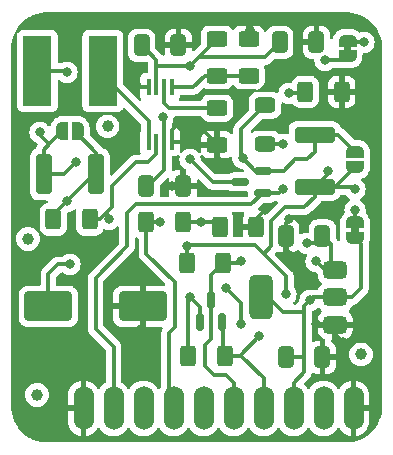
<source format=gtl>
G04 #@! TF.GenerationSoftware,KiCad,Pcbnew,8.0.1-rc1*
G04 #@! TF.CreationDate,2024-03-16T10:33:16-04:00*
G04 #@! TF.ProjectId,boostlet,626f6f73-746c-4657-942e-6b696361645f,rev?*
G04 #@! TF.SameCoordinates,Original*
G04 #@! TF.FileFunction,Copper,L1,Top*
G04 #@! TF.FilePolarity,Positive*
%FSLAX46Y46*%
G04 Gerber Fmt 4.6, Leading zero omitted, Abs format (unit mm)*
G04 Created by KiCad (PCBNEW 8.0.1-rc1) date 2024-03-16 10:33:16*
%MOMM*%
%LPD*%
G01*
G04 APERTURE LIST*
G04 Aperture macros list*
%AMRoundRect*
0 Rectangle with rounded corners*
0 $1 Rounding radius*
0 $2 $3 $4 $5 $6 $7 $8 $9 X,Y pos of 4 corners*
0 Add a 4 corners polygon primitive as box body*
4,1,4,$2,$3,$4,$5,$6,$7,$8,$9,$2,$3,0*
0 Add four circle primitives for the rounded corners*
1,1,$1+$1,$2,$3*
1,1,$1+$1,$4,$5*
1,1,$1+$1,$6,$7*
1,1,$1+$1,$8,$9*
0 Add four rect primitives between the rounded corners*
20,1,$1+$1,$2,$3,$4,$5,0*
20,1,$1+$1,$4,$5,$6,$7,0*
20,1,$1+$1,$6,$7,$8,$9,0*
20,1,$1+$1,$8,$9,$2,$3,0*%
%AMFreePoly0*
4,1,19,0.500000,-0.750000,0.000000,-0.750000,0.000000,-0.744911,-0.071157,-0.744911,-0.207708,-0.704816,-0.327430,-0.627875,-0.420627,-0.520320,-0.479746,-0.390866,-0.500000,-0.250000,-0.500000,0.250000,-0.479746,0.390866,-0.420627,0.520320,-0.327430,0.627875,-0.207708,0.704816,-0.071157,0.744911,0.000000,0.744911,0.000000,0.750000,0.500000,0.750000,0.500000,-0.750000,0.500000,-0.750000,
$1*%
%AMFreePoly1*
4,1,19,0.000000,0.744911,0.071157,0.744911,0.207708,0.704816,0.327430,0.627875,0.420627,0.520320,0.479746,0.390866,0.500000,0.250000,0.500000,-0.250000,0.479746,-0.390866,0.420627,-0.520320,0.327430,-0.627875,0.207708,-0.704816,0.071157,-0.744911,0.000000,-0.744911,0.000000,-0.750000,-0.500000,-0.750000,-0.500000,0.750000,0.000000,0.750000,0.000000,0.744911,0.000000,0.744911,
$1*%
G04 Aperture macros list end*
G04 #@! TA.AperFunction,EtchedComponent*
%ADD10C,0.000000*%
G04 #@! TD*
G04 #@! TA.AperFunction,SMDPad,CuDef*
%ADD11RoundRect,0.250000X-1.750000X-1.000000X1.750000X-1.000000X1.750000X1.000000X-1.750000X1.000000X0*%
G04 #@! TD*
G04 #@! TA.AperFunction,SMDPad,CuDef*
%ADD12RoundRect,0.250000X0.625000X-0.400000X0.625000X0.400000X-0.625000X0.400000X-0.625000X-0.400000X0*%
G04 #@! TD*
G04 #@! TA.AperFunction,SMDPad,CuDef*
%ADD13R,0.381000X1.447800*%
G04 #@! TD*
G04 #@! TA.AperFunction,SMDPad,CuDef*
%ADD14RoundRect,0.250000X-0.400000X-0.625000X0.400000X-0.625000X0.400000X0.625000X-0.400000X0.625000X0*%
G04 #@! TD*
G04 #@! TA.AperFunction,SMDPad,CuDef*
%ADD15FreePoly0,270.000000*%
G04 #@! TD*
G04 #@! TA.AperFunction,SMDPad,CuDef*
%ADD16FreePoly1,270.000000*%
G04 #@! TD*
G04 #@! TA.AperFunction,SMDPad,CuDef*
%ADD17C,1.000000*%
G04 #@! TD*
G04 #@! TA.AperFunction,SMDPad,CuDef*
%ADD18RoundRect,0.250000X-0.625000X0.400000X-0.625000X-0.400000X0.625000X-0.400000X0.625000X0.400000X0*%
G04 #@! TD*
G04 #@! TA.AperFunction,SMDPad,CuDef*
%ADD19RoundRect,0.150000X0.150000X-0.587500X0.150000X0.587500X-0.150000X0.587500X-0.150000X-0.587500X0*%
G04 #@! TD*
G04 #@! TA.AperFunction,SMDPad,CuDef*
%ADD20RoundRect,0.250000X0.400000X1.450000X-0.400000X1.450000X-0.400000X-1.450000X0.400000X-1.450000X0*%
G04 #@! TD*
G04 #@! TA.AperFunction,SMDPad,CuDef*
%ADD21RoundRect,0.250000X0.412500X0.650000X-0.412500X0.650000X-0.412500X-0.650000X0.412500X-0.650000X0*%
G04 #@! TD*
G04 #@! TA.AperFunction,SMDPad,CuDef*
%ADD22FreePoly0,0.000000*%
G04 #@! TD*
G04 #@! TA.AperFunction,SMDPad,CuDef*
%ADD23FreePoly1,0.000000*%
G04 #@! TD*
G04 #@! TA.AperFunction,SMDPad,CuDef*
%ADD24RoundRect,0.250000X-0.412500X-0.650000X0.412500X-0.650000X0.412500X0.650000X-0.412500X0.650000X0*%
G04 #@! TD*
G04 #@! TA.AperFunction,SMDPad,CuDef*
%ADD25FreePoly0,90.000000*%
G04 #@! TD*
G04 #@! TA.AperFunction,SMDPad,CuDef*
%ADD26FreePoly1,90.000000*%
G04 #@! TD*
G04 #@! TA.AperFunction,SMDPad,CuDef*
%ADD27RoundRect,0.150000X0.587500X0.150000X-0.587500X0.150000X-0.587500X-0.150000X0.587500X-0.150000X0*%
G04 #@! TD*
G04 #@! TA.AperFunction,SMDPad,CuDef*
%ADD28RoundRect,0.375000X0.625000X0.375000X-0.625000X0.375000X-0.625000X-0.375000X0.625000X-0.375000X0*%
G04 #@! TD*
G04 #@! TA.AperFunction,SMDPad,CuDef*
%ADD29RoundRect,0.500000X0.500000X1.400000X-0.500000X1.400000X-0.500000X-1.400000X0.500000X-1.400000X0*%
G04 #@! TD*
G04 #@! TA.AperFunction,SMDPad,CuDef*
%ADD30RoundRect,0.325000X-0.550000X0.325000X-0.550000X-0.325000X0.550000X-0.325000X0.550000X0.325000X0*%
G04 #@! TD*
G04 #@! TA.AperFunction,SMDPad,CuDef*
%ADD31R,2.450000X5.900000*%
G04 #@! TD*
G04 #@! TA.AperFunction,ComponentPad*
%ADD32O,1.700000X3.700000*%
G04 #@! TD*
G04 #@! TA.AperFunction,SMDPad,CuDef*
%ADD33RoundRect,0.250000X1.450000X-0.400000X1.450000X0.400000X-1.450000X0.400000X-1.450000X-0.400000X0*%
G04 #@! TD*
G04 #@! TA.AperFunction,ViaPad*
%ADD34C,0.800000*%
G04 #@! TD*
G04 #@! TA.AperFunction,Conductor*
%ADD35C,0.304800*%
G04 #@! TD*
G04 APERTURE END LIST*
D10*
G04 #@! TA.AperFunction,EtchedComponent*
G04 #@! TO.C,JP2*
G36*
X134539000Y-82546000D02*
G01*
X133939000Y-82546000D01*
X133939000Y-82046000D01*
X134539000Y-82046000D01*
X134539000Y-82546000D01*
G37*
G04 #@! TD.AperFunction*
G04 #@! TA.AperFunction,EtchedComponent*
G04 #@! TO.C,JP4*
G36*
X135174000Y-97913000D02*
G01*
X134574000Y-97913000D01*
X134574000Y-97413000D01*
X135174000Y-97413000D01*
X135174000Y-97913000D01*
G37*
G04 #@! TD.AperFunction*
G04 #@! TD*
D11*
G04 #@! TO.P,C1,1*
G04 #@! TO.N,/5V*
X108903000Y-104140000D03*
G04 #@! TO.P,C1,2*
G04 #@! TO.N,GND*
X116903000Y-104140000D03*
G04 #@! TD*
D12*
G04 #@! TO.P,R8,1*
G04 #@! TO.N,Net-(U1-FB)*
X125857000Y-84608000D03*
G04 #@! TO.P,R8,2*
G04 #@! TO.N,GND*
X125857000Y-81508000D03*
G04 #@! TD*
D13*
G04 #@! TO.P,U1,1,LX*
G04 #@! TO.N,Net-(U1-LX)*
X117388640Y-90208100D03*
G04 #@! TO.P,U1,2,EN*
G04 #@! TO.N,Net-(U1-EN)*
X118038880Y-90208100D03*
G04 #@! TO.P,U1,3,VIN*
G04 #@! TO.N,Net-(JP1-B)*
X118689120Y-90208100D03*
G04 #@! TO.P,U1,4,AGND*
G04 #@! TO.N,GND*
X119339360Y-90208100D03*
G04 #@! TO.P,U1,5,FB*
G04 #@! TO.N,Net-(U1-FB)*
X119339360Y-85559900D03*
G04 #@! TO.P,U1,6,RSET*
G04 #@! TO.N,Net-(U1-RSET)*
X118689120Y-85559900D03*
G04 #@! TO.P,U1,7,OUT*
G04 #@! TO.N,/V_BOOST*
X118038880Y-85559900D03*
G04 #@! TO.P,U1,8,PGND*
G04 #@! TO.N,GND*
X117388640Y-85559900D03*
G04 #@! TD*
D14*
G04 #@! TO.P,R3,1*
G04 #@! TO.N,Net-(JP1-B)*
X109321000Y-96774000D03*
G04 #@! TO.P,R3,2*
G04 #@! TO.N,Net-(U1-EN)*
X112421000Y-96774000D03*
G04 #@! TD*
D15*
G04 #@! TO.P,JP3,1,A*
G04 #@! TO.N,Net-(D2-K)*
X134874000Y-91044000D03*
D16*
G04 #@! TO.P,JP3,2,B*
G04 #@! TO.N,/5V*
X134874000Y-92344000D03*
G04 #@! TD*
D15*
G04 #@! TO.P,JP2,1,A*
G04 #@! TO.N,/5V*
X134239000Y-81646000D03*
D16*
G04 #@! TO.P,JP2,2,B*
G04 #@! TO.N,Net-(JP2-B)*
X134239000Y-82946000D03*
G04 #@! TD*
D17*
G04 #@! TO.P,FID1,*
G04 #@! TO.N,*
X107950000Y-111633000D03*
G04 #@! TD*
D14*
G04 #@! TO.P,R9,1*
G04 #@! TO.N,/V_BATT*
X117195000Y-97028000D03*
G04 #@! TO.P,R9,2*
G04 #@! TO.N,/BATT_SIG*
X120295000Y-97028000D03*
G04 #@! TD*
D18*
G04 #@! TO.P,R7,1*
G04 #@! TO.N,/V_BOOST*
X123190000Y-81508000D03*
G04 #@! TO.P,R7,2*
G04 #@! TO.N,Net-(U1-FB)*
X123190000Y-84608000D03*
G04 #@! TD*
D14*
G04 #@! TO.P,R1,1*
G04 #@! TO.N,VCC*
X120751000Y-108331000D03*
G04 #@! TO.P,R1,2*
G04 #@! TO.N,/NEO_IN1*
X123851000Y-108331000D03*
G04 #@! TD*
G04 #@! TO.P,R11,1*
G04 #@! TO.N,/V_BUS*
X130657000Y-85979000D03*
G04 #@! TO.P,R11,2*
G04 #@! TO.N,GND*
X133757000Y-85979000D03*
G04 #@! TD*
D17*
G04 #@! TO.P,FID3,*
G04 #@! TO.N,*
X135382000Y-108204000D03*
G04 #@! TD*
D19*
G04 #@! TO.P,Q1,1,G*
G04 #@! TO.N,VCC*
X121732000Y-105458500D03*
G04 #@! TO.P,Q1,2,S*
G04 #@! TO.N,/NEO_IN1*
X123632000Y-105458500D03*
G04 #@! TO.P,Q1,3,D*
G04 #@! TO.N,/NEO_OUT1*
X122682000Y-103583500D03*
G04 #@! TD*
D20*
G04 #@! TO.P,F1,1*
G04 #@! TO.N,Net-(JP1-B)*
X112969000Y-92964000D03*
G04 #@! TO.P,F1,2*
G04 #@! TO.N,/V_BATT*
X108519000Y-92964000D03*
G04 #@! TD*
D14*
G04 #@! TO.P,R2,1*
G04 #@! TO.N,/5V*
X120624000Y-100457000D03*
G04 #@! TO.P,R2,2*
G04 #@! TO.N,/NEO_OUT1*
X123724000Y-100457000D03*
G04 #@! TD*
D21*
G04 #@! TO.P,C3,1*
G04 #@! TO.N,Net-(JP2-B)*
X132118500Y-98171000D03*
G04 #@! TO.P,C3,2*
G04 #@! TO.N,GND*
X128993500Y-98171000D03*
G04 #@! TD*
D22*
G04 #@! TO.P,JP1,1,A*
G04 #@! TO.N,/V_BATT*
X110094000Y-89281000D03*
D23*
G04 #@! TO.P,JP1,2,B*
G04 #@! TO.N,Net-(JP1-B)*
X111394000Y-89281000D03*
G04 #@! TD*
D24*
G04 #@! TO.P,C4,1*
G04 #@! TO.N,/3.3V*
X128993500Y-108458000D03*
G04 #@! TO.P,C4,2*
G04 #@! TO.N,GND*
X132118500Y-108458000D03*
G04 #@! TD*
D25*
G04 #@! TO.P,JP4,1,A*
G04 #@! TO.N,/3.3V*
X134874000Y-98313000D03*
D26*
G04 #@! TO.P,JP4,2,B*
G04 #@! TO.N,VCC*
X134874000Y-97013000D03*
G04 #@! TD*
D24*
G04 #@! TO.P,C5,1*
G04 #@! TO.N,/V_BOOST*
X116801500Y-82042000D03*
G04 #@! TO.P,C5,2*
G04 #@! TO.N,GND*
X119926500Y-82042000D03*
G04 #@! TD*
D17*
G04 #@! TO.P,FID2,*
G04 #@! TO.N,*
X113919000Y-88900000D03*
G04 #@! TD*
D14*
G04 #@! TO.P,R10,1*
G04 #@! TO.N,/BATT_SIG*
X123418000Y-97409000D03*
G04 #@! TO.P,R10,2*
G04 #@! TO.N,GND*
X126518000Y-97409000D03*
G04 #@! TD*
D27*
G04 #@! TO.P,Q3,1,G*
G04 #@! TO.N,/V_BUS*
X127048500Y-94549000D03*
G04 #@! TO.P,Q3,2,S*
G04 #@! TO.N,Net-(D2-K)*
X127048500Y-92649000D03*
G04 #@! TO.P,Q3,3,D*
G04 #@! TO.N,/V_BOOST*
X125173500Y-93599000D03*
G04 #@! TD*
D24*
G04 #@! TO.P,C7,1*
G04 #@! TO.N,/V_BOOST*
X128485500Y-81788000D03*
G04 #@! TO.P,C7,2*
G04 #@! TO.N,GND*
X131610500Y-81788000D03*
G04 #@! TD*
D28*
G04 #@! TO.P,U4,1,GND*
G04 #@! TO.N,GND*
X133198000Y-105678000D03*
G04 #@! TO.P,U4,2,VO*
G04 #@! TO.N,/3.3V*
X133198000Y-103378000D03*
D29*
X126898000Y-103378000D03*
D28*
G04 #@! TO.P,U4,3,VI*
G04 #@! TO.N,Net-(JP2-B)*
X133198000Y-101078000D03*
G04 #@! TD*
D30*
G04 #@! TO.P,D2,1,K*
G04 #@! TO.N,Net-(D2-K)*
X127254000Y-87123000D03*
G04 #@! TO.P,D2,2,A*
G04 #@! TO.N,/V_BUS*
X127254000Y-90423000D03*
G04 #@! TD*
D24*
G04 #@! TO.P,C2,1*
G04 #@! TO.N,Net-(JP1-B)*
X117182500Y-93980000D03*
G04 #@! TO.P,C2,2*
G04 #@! TO.N,GND*
X120307500Y-93980000D03*
G04 #@! TD*
D31*
G04 #@! TO.P,L1,1,1*
G04 #@! TO.N,Net-(JP1-B)*
X107969000Y-84201000D03*
G04 #@! TO.P,L1,2,2*
G04 #@! TO.N,Net-(U1-LX)*
X113519000Y-84201000D03*
G04 #@! TD*
D18*
G04 #@! TO.P,R6,1*
G04 #@! TO.N,Net-(U1-RSET)*
X123190000Y-87350000D03*
G04 #@! TO.P,R6,2*
G04 #@! TO.N,GND*
X123190000Y-90450000D03*
G04 #@! TD*
D17*
G04 #@! TO.P,FID4,*
G04 #@! TO.N,*
X107188000Y-98425000D03*
G04 #@! TD*
D32*
G04 #@! TO.P,J4,1,Pin_1*
G04 #@! TO.N,GND*
X111887000Y-112776000D03*
G04 #@! TO.P,J4,2,Pin_2*
G04 #@! TO.N,/V_BUS*
X114427000Y-112776000D03*
G04 #@! TO.P,J4,3,Pin_3*
G04 #@! TO.N,VCC*
X116967000Y-112776000D03*
G04 #@! TO.P,J4,4,Pin_4*
G04 #@! TO.N,/V_BATT*
X119507000Y-112776000D03*
G04 #@! TO.P,J4,5,Pin_5*
G04 #@! TO.N,/BATT_SIG*
X122047000Y-112776000D03*
G04 #@! TO.P,J4,6,Pin_6*
G04 #@! TO.N,/NEO_OUT1*
X124587000Y-112776000D03*
G04 #@! TO.P,J4,7,Pin_7*
G04 #@! TO.N,/NEO_IN1*
X127127000Y-112776000D03*
G04 #@! TO.P,J4,8,Pin_8*
G04 #@! TO.N,/3.3V*
X129667000Y-112776000D03*
G04 #@! TO.P,J4,9,Pin_9*
G04 #@! TO.N,/5V*
X132207000Y-112776000D03*
G04 #@! TO.P,J4,10,Pin_10*
G04 #@! TO.N,GND*
X134747000Y-112776000D03*
G04 #@! TD*
D33*
G04 #@! TO.P,F2,1*
G04 #@! TO.N,/5V*
X131445000Y-94046000D03*
G04 #@! TO.P,F2,2*
G04 #@! TO.N,Net-(D2-K)*
X131445000Y-89596000D03*
G04 #@! TD*
D34*
G04 #@! TO.N,/5V*
X120650000Y-99060000D03*
X110744000Y-100584000D03*
X129032000Y-103124000D03*
X132588000Y-92710000D03*
X135636000Y-81788000D03*
X134874000Y-94234000D03*
G04 #@! TO.N,/V_BATT*
X108204000Y-89408000D03*
X118364000Y-97028000D03*
X111252000Y-91948000D03*
G04 #@! TO.N,/V_BOOST*
X120904000Y-83820000D03*
X120904000Y-91694000D03*
G04 #@! TO.N,Net-(JP1-B)*
X110490000Y-95250000D03*
X118618000Y-88138000D03*
X110490000Y-84328000D03*
G04 #@! TO.N,/3.3V*
X131064000Y-103632000D03*
G04 #@! TO.N,/NEO_OUT1*
X125222000Y-100330000D03*
G04 #@! TO.N,GND*
X116332000Y-85344000D03*
X116840000Y-101854000D03*
X119888000Y-88646000D03*
X133858000Y-107188000D03*
X131572000Y-105664000D03*
X121920000Y-94488000D03*
X119380000Y-93980000D03*
X123444000Y-91948000D03*
X115824000Y-106680000D03*
X129286000Y-99822000D03*
X129286000Y-96774000D03*
X127254000Y-96012000D03*
X125984000Y-80772000D03*
X121920000Y-89154000D03*
G04 #@! TO.N,VCC*
X120904000Y-103378000D03*
X134874000Y-96012000D03*
G04 #@! TO.N,/BATT_SIG*
X125222000Y-105664000D03*
X121793000Y-97028000D03*
X123952000Y-102616000D03*
G04 #@! TO.N,/NEO_IN1*
X126746000Y-106680000D03*
G04 #@! TO.N,Net-(D2-K)*
X125349000Y-91567000D03*
G04 #@! TO.N,Net-(JP2-B)*
X131572000Y-100330000D03*
X130810000Y-98806000D03*
X132334000Y-83312000D03*
G04 #@! TO.N,Net-(U1-EN)*
X114046000Y-96774000D03*
G04 #@! TO.N,/V_BUS*
X128778000Y-94234000D03*
X128777000Y-90423000D03*
X129286000Y-86106000D03*
G04 #@! TD*
D35*
G04 #@! TO.N,/5V*
X131445000Y-94869000D02*
X131445000Y-94046000D01*
X134224000Y-81788000D02*
X134239000Y-81788000D01*
X131445000Y-94046000D02*
X134686000Y-94046000D01*
X129032000Y-101600000D02*
X127127000Y-99695000D01*
X134686000Y-94046000D02*
X134874000Y-94234000D01*
X132588000Y-92710000D02*
X132588000Y-92903000D01*
X127762000Y-99060000D02*
X127762000Y-96901000D01*
X120624000Y-99086000D02*
X120624000Y-100457000D01*
X127127000Y-99695000D02*
X126365000Y-98933000D01*
X129032000Y-103124000D02*
X129032000Y-101600000D01*
X126365000Y-98933000D02*
X120777000Y-98933000D01*
X134239000Y-81646000D02*
X134239000Y-81788000D01*
X108903000Y-104140000D02*
X108903000Y-101409000D01*
X127762000Y-96901000D02*
X128905000Y-95758000D01*
X108903000Y-101409000D02*
X109728000Y-100584000D01*
X127127000Y-99695000D02*
X127762000Y-99060000D01*
X133172000Y-94046000D02*
X134874000Y-92344000D01*
X131445000Y-94046000D02*
X133172000Y-94046000D01*
X134239000Y-81788000D02*
X135636000Y-81788000D01*
X130556000Y-95758000D02*
X131445000Y-94869000D01*
X109728000Y-100584000D02*
X110744000Y-100584000D01*
X132588000Y-92903000D02*
X131445000Y-94046000D01*
X120777000Y-98933000D02*
X120624000Y-99086000D01*
X128905000Y-95758000D02*
X130556000Y-95758000D01*
G04 #@! TO.N,/V_BATT*
X108519000Y-90856000D02*
X108958500Y-90416500D01*
X119126000Y-112395000D02*
X119507000Y-112776000D01*
X119634000Y-105918000D02*
X119126000Y-106426000D01*
X118364000Y-97028000D02*
X117195000Y-97028000D01*
X108958500Y-90416500D02*
X108204000Y-89662000D01*
X108204000Y-89662000D02*
X108204000Y-89408000D01*
X119126000Y-106426000D02*
X119126000Y-112395000D01*
X110236000Y-92964000D02*
X108519000Y-92964000D01*
X108519000Y-92964000D02*
X108519000Y-90856000D01*
X111252000Y-91948000D02*
X110236000Y-92964000D01*
X117195000Y-99669000D02*
X119634000Y-102108000D01*
X119634000Y-102108000D02*
X119634000Y-105918000D01*
X117195000Y-97028000D02*
X117195000Y-99669000D01*
X108958500Y-90416500D02*
X110094000Y-89281000D01*
G04 #@! TO.N,/V_BOOST*
X127254000Y-83019500D02*
X128485500Y-81788000D01*
X120904000Y-83820000D02*
X123190000Y-81534000D01*
X125173500Y-93599000D02*
X122809000Y-93599000D01*
X122809000Y-93599000D02*
X120904000Y-91694000D01*
X118038880Y-83820000D02*
X118038880Y-83279380D01*
X123190000Y-81534000D02*
X123190000Y-81508000D01*
X118038880Y-83279380D02*
X116801500Y-82042000D01*
X120904000Y-83820000D02*
X121666000Y-83058000D01*
X118038880Y-85559900D02*
X118038880Y-83820000D01*
X118038880Y-83820000D02*
X120904000Y-83820000D01*
X127254000Y-83058000D02*
X127254000Y-83019500D01*
X121666000Y-83058000D02*
X127254000Y-83058000D01*
G04 #@! TO.N,Net-(JP1-B)*
X118618000Y-88138000D02*
X118689120Y-88209120D01*
X112776000Y-92964000D02*
X112969000Y-92964000D01*
X109321000Y-96774000D02*
X109321000Y-96419000D01*
X110363000Y-84201000D02*
X107969000Y-84201000D01*
X112969000Y-91125000D02*
X112969000Y-92964000D01*
X118689120Y-90208100D02*
X118689120Y-92600380D01*
X111394000Y-89281000D02*
X111394000Y-89550000D01*
X111394000Y-89550000D02*
X112969000Y-91125000D01*
X118689120Y-92600380D02*
X117309500Y-93980000D01*
X109321000Y-96419000D02*
X112776000Y-92964000D01*
X118689120Y-88209120D02*
X118689120Y-90208100D01*
X110490000Y-84328000D02*
X110363000Y-84201000D01*
G04 #@! TO.N,/3.3V*
X130556000Y-104648000D02*
X128778000Y-104648000D01*
X128778000Y-104648000D02*
X127508000Y-103378000D01*
X134620000Y-103378000D02*
X133198000Y-103378000D01*
X130556000Y-104140000D02*
X130556000Y-108458000D01*
X130556000Y-109728000D02*
X129667000Y-110617000D01*
X135382000Y-98821000D02*
X135382000Y-102616000D01*
X131318000Y-103378000D02*
X131064000Y-103632000D01*
X128993500Y-108458000D02*
X130556000Y-108458000D01*
X135382000Y-98821000D02*
X134874000Y-98313000D01*
X129667000Y-110617000D02*
X129667000Y-112776000D01*
X135382000Y-102616000D02*
X134620000Y-103378000D01*
X133198000Y-103378000D02*
X131318000Y-103378000D01*
X127508000Y-103378000D02*
X126898000Y-103378000D01*
X130556000Y-108458000D02*
X130556000Y-109728000D01*
X131318000Y-103378000D02*
X130556000Y-104140000D01*
G04 #@! TO.N,/NEO_OUT1*
X122174000Y-109220000D02*
X122174000Y-107442000D01*
X122682000Y-101499000D02*
X123724000Y-100457000D01*
X122682000Y-103583500D02*
X122682000Y-101499000D01*
X123724000Y-100457000D02*
X125095000Y-100457000D01*
X122936000Y-109982000D02*
X122174000Y-109220000D01*
X122174000Y-107442000D02*
X122682000Y-106934000D01*
X125095000Y-100457000D02*
X125222000Y-100330000D01*
X124587000Y-110617000D02*
X123952000Y-109982000D01*
X124587000Y-110617000D02*
X124587000Y-112776000D01*
X123952000Y-109982000D02*
X122936000Y-109982000D01*
X122682000Y-106934000D02*
X122682000Y-103583500D01*
G04 #@! TO.N,GND*
X125857000Y-80899000D02*
X125984000Y-80772000D01*
X123190000Y-90424000D02*
X121920000Y-89154000D01*
X116903000Y-101917000D02*
X116840000Y-101854000D01*
X116903000Y-105601000D02*
X115824000Y-106680000D01*
X123190000Y-90450000D02*
X123190000Y-90424000D01*
X120307500Y-93980000D02*
X119380000Y-93980000D01*
X117388640Y-85559900D02*
X116547900Y-85559900D01*
X116903000Y-104140000D02*
X116903000Y-105601000D01*
X133198000Y-105678000D02*
X131586000Y-105678000D01*
X123190000Y-90450000D02*
X123190000Y-91694000D01*
X126518000Y-97409000D02*
X126518000Y-96748000D01*
X123190000Y-91694000D02*
X123444000Y-91948000D01*
X133198000Y-106528000D02*
X133858000Y-107188000D01*
X126518000Y-96748000D02*
X127254000Y-96012000D01*
X128993500Y-97066500D02*
X129286000Y-96774000D01*
X116547900Y-85559900D02*
X116332000Y-85344000D01*
X116903000Y-104140000D02*
X116903000Y-101917000D01*
X128993500Y-98171000D02*
X128993500Y-97066500D01*
X121412000Y-93980000D02*
X121920000Y-94488000D01*
X119339360Y-90208100D02*
X119339360Y-89194640D01*
X125857000Y-81508000D02*
X125857000Y-80899000D01*
X120307500Y-93980000D02*
X121412000Y-93980000D01*
X128993500Y-98171000D02*
X128993500Y-99529500D01*
X119339360Y-89194640D02*
X119888000Y-88646000D01*
X131586000Y-105678000D02*
X131572000Y-105664000D01*
X133198000Y-105678000D02*
X133198000Y-106528000D01*
X128993500Y-99529500D02*
X129286000Y-99822000D01*
G04 #@! TO.N,VCC*
X120751000Y-103531000D02*
X120751000Y-108331000D01*
X120904000Y-103378000D02*
X121732000Y-104206000D01*
X121732000Y-104206000D02*
X121732000Y-105458500D01*
X134874000Y-96012000D02*
X134874000Y-97013000D01*
X120751000Y-108331000D02*
X120751000Y-107849000D01*
X120904000Y-103378000D02*
X120751000Y-103531000D01*
G04 #@! TO.N,/BATT_SIG*
X123037000Y-97028000D02*
X123418000Y-97409000D01*
X120295000Y-97028000D02*
X123037000Y-97028000D01*
X123952000Y-102616000D02*
X125222000Y-103886000D01*
X125222000Y-103886000D02*
X125222000Y-105664000D01*
G04 #@! TO.N,/NEO_IN1*
X123851000Y-108331000D02*
X123698000Y-108178000D01*
X123698000Y-108178000D02*
X123698000Y-105524500D01*
X123851000Y-108331000D02*
X125095000Y-108331000D01*
X125095000Y-108331000D02*
X126746000Y-106680000D01*
X125222000Y-108331000D02*
X123851000Y-108331000D01*
X123698000Y-105524500D02*
X123632000Y-105458500D01*
X127127000Y-110236000D02*
X127127000Y-112776000D01*
X125222000Y-108331000D02*
X127127000Y-110236000D01*
G04 #@! TO.N,Net-(U1-LX)*
X117388640Y-88432640D02*
X113519000Y-84563000D01*
X117388640Y-90208100D02*
X117388640Y-88432640D01*
X113519000Y-84563000D02*
X113519000Y-84201000D01*
G04 #@! TO.N,Net-(U1-FB)*
X121196100Y-85559900D02*
X122148000Y-84608000D01*
X123190000Y-84608000D02*
X125857000Y-84608000D01*
X119339360Y-85559900D02*
X121196100Y-85559900D01*
X122148000Y-84608000D02*
X123190000Y-84608000D01*
G04 #@! TO.N,Net-(U1-RSET)*
X119126000Y-87376000D02*
X123164000Y-87376000D01*
X118689120Y-86939120D02*
X119126000Y-87376000D01*
X118689120Y-85559900D02*
X118689120Y-86939120D01*
X123164000Y-87376000D02*
X123190000Y-87350000D01*
G04 #@! TO.N,Net-(D2-K)*
X125349000Y-91567000D02*
X125222000Y-91440000D01*
X127048500Y-92649000D02*
X128839000Y-92649000D01*
X125349000Y-91567000D02*
X126431000Y-92649000D01*
X126431000Y-92649000D02*
X127048500Y-92649000D01*
X133426000Y-89596000D02*
X134874000Y-91044000D01*
X129794000Y-91694000D02*
X130810000Y-91694000D01*
X131445000Y-89596000D02*
X133426000Y-89596000D01*
X127253000Y-87123000D02*
X127254000Y-87123000D01*
X131445000Y-91059000D02*
X131445000Y-89596000D01*
X128839000Y-92649000D02*
X129794000Y-91694000D01*
X125222000Y-89154000D02*
X127253000Y-87123000D01*
X125222000Y-91440000D02*
X125222000Y-89154000D01*
X130810000Y-91694000D02*
X131445000Y-91059000D01*
G04 #@! TO.N,Net-(JP2-B)*
X132334000Y-83312000D02*
X134000000Y-83312000D01*
X131572000Y-100330000D02*
X132320000Y-101078000D01*
X134239000Y-82946000D02*
X134239000Y-83073000D01*
X132118500Y-98171000D02*
X132842000Y-98894500D01*
X132320000Y-101078000D02*
X133198000Y-101078000D01*
X132842000Y-98894500D02*
X132842000Y-100722000D01*
X134239000Y-83073000D02*
X134000000Y-83312000D01*
X132842000Y-100722000D02*
X133198000Y-101078000D01*
X130810000Y-98806000D02*
X132118500Y-98806000D01*
G04 #@! TO.N,Net-(U1-EN)*
X118038880Y-91257120D02*
X117348000Y-91948000D01*
X114300000Y-93980000D02*
X114300000Y-95758000D01*
X116332000Y-91948000D02*
X114300000Y-93980000D01*
X114300000Y-95758000D02*
X113792000Y-96266000D01*
X113284000Y-96774000D02*
X112421000Y-96774000D01*
X113792000Y-96266000D02*
X113284000Y-96774000D01*
X113792000Y-96266000D02*
X114046000Y-96520000D01*
X117348000Y-91948000D02*
X116332000Y-91948000D01*
X114046000Y-96520000D02*
X114046000Y-96774000D01*
X118038880Y-90208100D02*
X118038880Y-91257120D01*
G04 #@! TO.N,/V_BUS*
X126093500Y-95504000D02*
X116332000Y-95504000D01*
X116332000Y-95504000D02*
X115570000Y-96266000D01*
X115570000Y-99060000D02*
X112903000Y-101727000D01*
X112903000Y-101727000D02*
X112903000Y-106045000D01*
X112903000Y-106045000D02*
X114427000Y-107569000D01*
X130530000Y-86106000D02*
X130657000Y-85979000D01*
X128778000Y-90424000D02*
X128777000Y-90423000D01*
X129286000Y-86106000D02*
X130530000Y-86106000D01*
X114427000Y-107569000D02*
X114427000Y-112776000D01*
X127048500Y-94549000D02*
X128463000Y-94549000D01*
X127254000Y-90423000D02*
X128777000Y-90423000D01*
X128463000Y-94549000D02*
X128778000Y-94234000D01*
X115570000Y-96266000D02*
X115570000Y-99060000D01*
X127048500Y-94549000D02*
X126093500Y-95504000D01*
G04 #@! TD*
G04 #@! TA.AperFunction,Conductor*
G04 #@! TO.N,GND*
G36*
X116411993Y-98298540D02*
G01*
X116475666Y-98337814D01*
X116475667Y-98337814D01*
X116481813Y-98341605D01*
X116480308Y-98344044D01*
X116522929Y-98381556D01*
X116542100Y-98447789D01*
X116542100Y-99733305D01*
X116542100Y-99733307D01*
X116542099Y-99733307D01*
X116559913Y-99822857D01*
X116567190Y-99859439D01*
X116567191Y-99859444D01*
X116574198Y-99876360D01*
X116609553Y-99961716D01*
X116616408Y-99978264D01*
X116684806Y-100080631D01*
X116687862Y-100085204D01*
X116687863Y-100085205D01*
X118780979Y-102178319D01*
X118814464Y-102239642D01*
X118809480Y-102309334D01*
X118767608Y-102365267D01*
X118702144Y-102389684D01*
X118693298Y-102390000D01*
X117153000Y-102390000D01*
X117153000Y-105889999D01*
X118466921Y-105889999D01*
X118533960Y-105909684D01*
X118579715Y-105962488D01*
X118589659Y-106031646D01*
X118570024Y-106082886D01*
X118552373Y-106109305D01*
X118550777Y-106111694D01*
X118547408Y-106116734D01*
X118547407Y-106116736D01*
X118498191Y-106235555D01*
X118498189Y-106235561D01*
X118473100Y-106361692D01*
X118473100Y-110861141D01*
X118453415Y-110928180D01*
X118449419Y-110934025D01*
X118351949Y-111068183D01*
X118351945Y-111068190D01*
X118347484Y-111076946D01*
X118299509Y-111127742D01*
X118231688Y-111144536D01*
X118165553Y-111121998D01*
X118126516Y-111076946D01*
X118122050Y-111068182D01*
X117997109Y-110896213D01*
X117846786Y-110745890D01*
X117674820Y-110620951D01*
X117485414Y-110524444D01*
X117485413Y-110524443D01*
X117485412Y-110524443D01*
X117283243Y-110458754D01*
X117283241Y-110458753D01*
X117283240Y-110458753D01*
X117119049Y-110432748D01*
X117073287Y-110425500D01*
X116860713Y-110425500D01*
X116814951Y-110432748D01*
X116650760Y-110458753D01*
X116448585Y-110524444D01*
X116259179Y-110620951D01*
X116087213Y-110745890D01*
X115936890Y-110896213D01*
X115811949Y-111068182D01*
X115807484Y-111076946D01*
X115759509Y-111127742D01*
X115691688Y-111144536D01*
X115625553Y-111121998D01*
X115586516Y-111076946D01*
X115582050Y-111068182D01*
X115457109Y-110896213D01*
X115306790Y-110745894D01*
X115306785Y-110745890D01*
X115131015Y-110618186D01*
X115088349Y-110562856D01*
X115079900Y-110517868D01*
X115079900Y-107504692D01*
X115054810Y-107378561D01*
X115054809Y-107378560D01*
X115054809Y-107378556D01*
X115005592Y-107259736D01*
X115005590Y-107259733D01*
X114973840Y-107212215D01*
X114973840Y-107212216D01*
X114934138Y-107152797D01*
X113592219Y-105810878D01*
X113558734Y-105749555D01*
X113555900Y-105723197D01*
X113555900Y-104390000D01*
X114403001Y-104390000D01*
X114403001Y-105189986D01*
X114413494Y-105292697D01*
X114468641Y-105459119D01*
X114468643Y-105459124D01*
X114560684Y-105608345D01*
X114684654Y-105732315D01*
X114833875Y-105824356D01*
X114833880Y-105824358D01*
X115000302Y-105879505D01*
X115000309Y-105879506D01*
X115103019Y-105889999D01*
X116652999Y-105889999D01*
X116653000Y-105889998D01*
X116653000Y-104390000D01*
X114403001Y-104390000D01*
X113555900Y-104390000D01*
X113555900Y-103890000D01*
X114403000Y-103890000D01*
X116653000Y-103890000D01*
X116653000Y-102390000D01*
X115103028Y-102390000D01*
X115103012Y-102390001D01*
X115000302Y-102400494D01*
X114833880Y-102455641D01*
X114833875Y-102455643D01*
X114684654Y-102547684D01*
X114560684Y-102671654D01*
X114468643Y-102820875D01*
X114468641Y-102820880D01*
X114413494Y-102987302D01*
X114413493Y-102987309D01*
X114403000Y-103090013D01*
X114403000Y-103890000D01*
X113555900Y-103890000D01*
X113555900Y-102048802D01*
X113575585Y-101981763D01*
X113592219Y-101961121D01*
X116077139Y-99476201D01*
X116077141Y-99476199D01*
X116148593Y-99369263D01*
X116186063Y-99278801D01*
X116197809Y-99250444D01*
X116208287Y-99197768D01*
X116222900Y-99124307D01*
X116222900Y-98404081D01*
X116242585Y-98337042D01*
X116295389Y-98291287D01*
X116364547Y-98281343D01*
X116411993Y-98298540D01*
G37*
G04 #@! TD.AperFunction*
G04 #@! TA.AperFunction,Conductor*
G36*
X129186539Y-97940685D02*
G01*
X129232294Y-97993489D01*
X129243500Y-98045000D01*
X129243500Y-99570999D01*
X129455972Y-99570999D01*
X129455986Y-99570998D01*
X129558697Y-99560505D01*
X129725119Y-99505358D01*
X129725124Y-99505356D01*
X129874345Y-99413315D01*
X129924413Y-99363247D01*
X129985736Y-99329761D01*
X130055428Y-99334745D01*
X130104242Y-99367953D01*
X130201708Y-99476199D01*
X130204129Y-99478888D01*
X130357265Y-99590148D01*
X130357270Y-99590151D01*
X130530192Y-99667142D01*
X130530193Y-99667142D01*
X130530197Y-99667144D01*
X130705901Y-99704490D01*
X130767382Y-99737682D01*
X130801159Y-99798845D01*
X130796507Y-99868559D01*
X130787508Y-99887779D01*
X130744820Y-99961717D01*
X130744818Y-99961722D01*
X130696251Y-100111197D01*
X130686326Y-100141744D01*
X130666540Y-100330000D01*
X130686326Y-100518256D01*
X130686327Y-100518259D01*
X130744818Y-100698277D01*
X130744821Y-100698284D01*
X130839467Y-100862216D01*
X130952826Y-100988114D01*
X130966129Y-101002888D01*
X131119265Y-101114148D01*
X131119270Y-101114151D01*
X131292192Y-101191142D01*
X131292197Y-101191144D01*
X131477354Y-101230500D01*
X131497797Y-101230500D01*
X131564836Y-101250185D01*
X131585479Y-101266819D01*
X131661182Y-101342523D01*
X131694666Y-101403847D01*
X131697500Y-101430203D01*
X131697500Y-101529121D01*
X131697501Y-101529125D01*
X131700399Y-101571886D01*
X131700399Y-101571887D01*
X131746360Y-101756696D01*
X131830967Y-101927292D01*
X131830969Y-101927295D01*
X131950277Y-102075721D01*
X131950278Y-102075722D01*
X132019486Y-102131353D01*
X132059405Y-102188696D01*
X132061985Y-102258518D01*
X132026406Y-102318651D01*
X132019486Y-102324647D01*
X131950278Y-102380277D01*
X131950277Y-102380278D01*
X131830969Y-102528704D01*
X131767740Y-102656195D01*
X131720319Y-102707507D01*
X131656652Y-102725100D01*
X131253690Y-102725100D01*
X131214055Y-102732983D01*
X131164096Y-102732657D01*
X131158651Y-102731500D01*
X131158646Y-102731500D01*
X130969354Y-102731500D01*
X130950051Y-102735603D01*
X130784197Y-102770855D01*
X130784192Y-102770857D01*
X130611270Y-102847848D01*
X130611265Y-102847851D01*
X130458129Y-102959111D01*
X130331466Y-103099785D01*
X130236821Y-103263715D01*
X130236818Y-103263722D01*
X130196449Y-103387966D01*
X130178326Y-103443744D01*
X130176524Y-103460890D01*
X130165229Y-103568351D01*
X130138644Y-103632965D01*
X130129590Y-103643069D01*
X130048859Y-103723800D01*
X129981575Y-103824500D01*
X129977404Y-103830740D01*
X129941033Y-103918552D01*
X129897193Y-103972956D01*
X129830899Y-103995021D01*
X129826472Y-103995100D01*
X129737909Y-103995100D01*
X129670870Y-103975415D01*
X129625115Y-103922611D01*
X129615171Y-103853453D01*
X129644196Y-103789897D01*
X129645759Y-103788128D01*
X129668996Y-103762319D01*
X129764533Y-103656216D01*
X129859179Y-103492284D01*
X129917674Y-103312256D01*
X129937460Y-103124000D01*
X129917674Y-102935744D01*
X129859179Y-102755716D01*
X129784905Y-102627069D01*
X129764534Y-102591785D01*
X129764529Y-102591778D01*
X129716750Y-102538714D01*
X129686520Y-102475722D01*
X129684900Y-102455742D01*
X129684900Y-101535692D01*
X129659810Y-101409561D01*
X129659809Y-101409557D01*
X129659809Y-101409556D01*
X129610592Y-101290736D01*
X129605304Y-101282823D01*
X129594659Y-101266890D01*
X129539139Y-101183798D01*
X128138021Y-99782680D01*
X128104536Y-99721357D01*
X128109520Y-99651665D01*
X128138020Y-99607319D01*
X128159439Y-99585900D01*
X128191350Y-99553989D01*
X128252670Y-99520505D01*
X128318033Y-99523965D01*
X128428302Y-99560505D01*
X128428309Y-99560506D01*
X128531019Y-99570999D01*
X128743499Y-99570999D01*
X128743500Y-99570998D01*
X128743500Y-98045000D01*
X128763185Y-97977961D01*
X128815989Y-97932206D01*
X128867500Y-97921000D01*
X129119500Y-97921000D01*
X129186539Y-97940685D01*
G37*
G04 #@! TD.AperFunction*
G04 #@! TA.AperFunction,Conductor*
G36*
X134098050Y-94718585D02*
G01*
X134138400Y-94760904D01*
X134141465Y-94766214D01*
X134268129Y-94906888D01*
X134426527Y-95021971D01*
X134424976Y-95024105D01*
X134465098Y-95066199D01*
X134478309Y-95134808D01*
X134452330Y-95199668D01*
X134425634Y-95222800D01*
X134426527Y-95224029D01*
X134268129Y-95339111D01*
X134141466Y-95479785D01*
X134046821Y-95643715D01*
X134046818Y-95643722D01*
X133988789Y-95822319D01*
X133988326Y-95823744D01*
X133972194Y-95977236D01*
X133968540Y-96012000D01*
X133984753Y-96166263D01*
X133972183Y-96234993D01*
X133942636Y-96272936D01*
X133911222Y-96300156D01*
X133911212Y-96300164D01*
X133911209Y-96300168D01*
X133911206Y-96300171D01*
X133816985Y-96408909D01*
X133816983Y-96408911D01*
X133816983Y-96408912D01*
X133816981Y-96408915D01*
X133739255Y-96529857D01*
X133739252Y-96529863D01*
X133679483Y-96660741D01*
X133638977Y-96798691D01*
X133638974Y-96798703D01*
X133618500Y-96941110D01*
X133618500Y-97513002D01*
X133623644Y-97584939D01*
X133634603Y-97622262D01*
X133638363Y-97674841D01*
X133619535Y-97805799D01*
X133618500Y-97813000D01*
X133618500Y-98384889D01*
X133624267Y-98425000D01*
X133631691Y-98476635D01*
X133621747Y-98545794D01*
X133575992Y-98598598D01*
X133508952Y-98618282D01*
X133441913Y-98598597D01*
X133405851Y-98563173D01*
X133349141Y-98478301D01*
X133349138Y-98478297D01*
X133317818Y-98446977D01*
X133284333Y-98385654D01*
X133281499Y-98359296D01*
X133281499Y-97470998D01*
X133281498Y-97470981D01*
X133270999Y-97368203D01*
X133270998Y-97368200D01*
X133266866Y-97355731D01*
X133215814Y-97201666D01*
X133123712Y-97052344D01*
X132999656Y-96928288D01*
X132906888Y-96871069D01*
X132850336Y-96836187D01*
X132850331Y-96836185D01*
X132848862Y-96835698D01*
X132683797Y-96781001D01*
X132683795Y-96781000D01*
X132581010Y-96770500D01*
X131655998Y-96770500D01*
X131655980Y-96770501D01*
X131553203Y-96781000D01*
X131553200Y-96781001D01*
X131386668Y-96836185D01*
X131386663Y-96836187D01*
X131237342Y-96928289D01*
X131113289Y-97052342D01*
X131021187Y-97201663D01*
X131021185Y-97201668D01*
X130994235Y-97283000D01*
X130966001Y-97368203D01*
X130966001Y-97368204D01*
X130966000Y-97368204D01*
X130955500Y-97470983D01*
X130955500Y-97781500D01*
X130935815Y-97848539D01*
X130883011Y-97894294D01*
X130831500Y-97905500D01*
X130715354Y-97905500D01*
X130682897Y-97912398D01*
X130530197Y-97944855D01*
X130530192Y-97944857D01*
X130357270Y-98021848D01*
X130357261Y-98021854D01*
X130352877Y-98025039D01*
X130287069Y-98048514D01*
X130219016Y-98032684D01*
X130170325Y-97982575D01*
X130155999Y-97924716D01*
X130155999Y-97471028D01*
X130155998Y-97471013D01*
X130145505Y-97368302D01*
X130090358Y-97201880D01*
X130090356Y-97201875D01*
X129998315Y-97052654D01*
X129874345Y-96928684D01*
X129725124Y-96836643D01*
X129725119Y-96836641D01*
X129558697Y-96781494D01*
X129558690Y-96781493D01*
X129455986Y-96771000D01*
X129114702Y-96771000D01*
X129047663Y-96751315D01*
X129001908Y-96698511D01*
X128991964Y-96629353D01*
X129020989Y-96565797D01*
X129027021Y-96559319D01*
X129139121Y-96447219D01*
X129200444Y-96413734D01*
X129226802Y-96410900D01*
X130620307Y-96410900D01*
X130705165Y-96394019D01*
X130746444Y-96385809D01*
X130865264Y-96336592D01*
X130897063Y-96315345D01*
X130897065Y-96315344D01*
X130972198Y-96265143D01*
X130972202Y-96265139D01*
X131203341Y-96034000D01*
X131952141Y-95285199D01*
X131974585Y-95251607D01*
X132028196Y-95206804D01*
X132077687Y-95196499D01*
X132945002Y-95196499D01*
X132945008Y-95196499D01*
X133047797Y-95185999D01*
X133214334Y-95130814D01*
X133363656Y-95038712D01*
X133487712Y-94914656D01*
X133579814Y-94765334D01*
X133579814Y-94765332D01*
X133583605Y-94759187D01*
X133586044Y-94760691D01*
X133623556Y-94718071D01*
X133689789Y-94698900D01*
X134031011Y-94698900D01*
X134098050Y-94718585D01*
G37*
G04 #@! TD.AperFunction*
G04 #@! TA.AperFunction,Conductor*
G36*
X125468469Y-96176585D02*
G01*
X125514224Y-96229389D01*
X125524168Y-96298547D01*
X125506969Y-96345997D01*
X125433643Y-96464875D01*
X125433641Y-96464880D01*
X125378494Y-96631302D01*
X125378493Y-96631309D01*
X125368000Y-96734013D01*
X125368000Y-97159000D01*
X126644000Y-97159000D01*
X126711039Y-97178685D01*
X126756794Y-97231489D01*
X126768000Y-97283000D01*
X126768000Y-97535000D01*
X126748315Y-97602039D01*
X126695511Y-97647794D01*
X126644000Y-97659000D01*
X125368001Y-97659000D01*
X125368001Y-98083988D01*
X125374081Y-98143499D01*
X125361311Y-98212191D01*
X125313430Y-98263076D01*
X125250723Y-98280100D01*
X124685781Y-98280100D01*
X124618742Y-98260415D01*
X124572987Y-98207611D01*
X124562423Y-98143498D01*
X124568499Y-98084018D01*
X124568499Y-98084017D01*
X124568500Y-98084009D01*
X124568499Y-96733992D01*
X124557999Y-96631203D01*
X124502814Y-96464666D01*
X124429617Y-96345994D01*
X124411178Y-96278604D01*
X124432101Y-96211941D01*
X124485743Y-96167171D01*
X124535157Y-96156900D01*
X125401430Y-96156900D01*
X125468469Y-96176585D01*
G37*
G04 #@! TD.AperFunction*
G04 #@! TA.AperFunction,Conductor*
G36*
X128305436Y-95221585D02*
G01*
X128351191Y-95274389D01*
X128361135Y-95343547D01*
X128332110Y-95407103D01*
X128326078Y-95413581D01*
X127554635Y-96185023D01*
X127493312Y-96218508D01*
X127423620Y-96213524D01*
X127390043Y-96194608D01*
X127386346Y-96191684D01*
X127237124Y-96099643D01*
X127237119Y-96099641D01*
X127070697Y-96044494D01*
X127070690Y-96044493D01*
X126967986Y-96034000D01*
X126786203Y-96034000D01*
X126719164Y-96014315D01*
X126673409Y-95961511D01*
X126663465Y-95892353D01*
X126692490Y-95828797D01*
X126698522Y-95822319D01*
X127135021Y-95385819D01*
X127196344Y-95352334D01*
X127222702Y-95349500D01*
X127701686Y-95349500D01*
X127701694Y-95349500D01*
X127738569Y-95346598D01*
X127738571Y-95346597D01*
X127738573Y-95346597D01*
X127809429Y-95326011D01*
X127896398Y-95300744D01*
X128034336Y-95219167D01*
X128097457Y-95201900D01*
X128238397Y-95201900D01*
X128305436Y-95221585D01*
G37*
G04 #@! TD.AperFunction*
G04 #@! TA.AperFunction,Conductor*
G36*
X119974131Y-91314547D02*
G01*
X120023537Y-91363951D01*
X120038390Y-91432224D01*
X120032637Y-91461697D01*
X120018327Y-91505739D01*
X120018326Y-91505741D01*
X120018326Y-91505744D01*
X119998540Y-91694000D01*
X120018326Y-91882256D01*
X120018327Y-91882259D01*
X120076818Y-92062277D01*
X120076821Y-92062284D01*
X120171467Y-92226216D01*
X120283957Y-92351148D01*
X120298129Y-92366888D01*
X120451265Y-92478148D01*
X120451270Y-92478151D01*
X120483936Y-92492695D01*
X120537173Y-92537945D01*
X120557494Y-92604794D01*
X120557500Y-92605974D01*
X120557500Y-93730000D01*
X121469999Y-93730000D01*
X121469999Y-93482702D01*
X121489684Y-93415663D01*
X121542488Y-93369908D01*
X121611646Y-93359964D01*
X121675202Y-93388989D01*
X121681680Y-93395021D01*
X122392798Y-94106139D01*
X122392801Y-94106141D01*
X122459736Y-94150865D01*
X122499736Y-94177592D01*
X122618556Y-94226809D01*
X122618560Y-94226809D01*
X122618561Y-94226810D01*
X122744692Y-94251900D01*
X122744695Y-94251900D01*
X124124543Y-94251900D01*
X124187663Y-94269167D01*
X124325602Y-94350744D01*
X124367224Y-94362836D01*
X124483426Y-94396597D01*
X124483429Y-94396597D01*
X124483431Y-94396598D01*
X124520306Y-94399500D01*
X125686500Y-94399500D01*
X125753539Y-94419185D01*
X125799294Y-94471989D01*
X125810500Y-94523500D01*
X125810500Y-94727100D01*
X125790815Y-94794139D01*
X125738011Y-94839894D01*
X125686500Y-94851100D01*
X121589832Y-94851100D01*
X121522793Y-94831415D01*
X121477038Y-94778611D01*
X121466474Y-94714499D01*
X121469999Y-94679990D01*
X121470000Y-94679973D01*
X121470000Y-94230000D01*
X119145001Y-94230000D01*
X119145001Y-94679989D01*
X119148527Y-94714499D01*
X119135757Y-94783192D01*
X119087876Y-94834076D01*
X119025169Y-94851100D01*
X118465335Y-94851100D01*
X118398296Y-94831415D01*
X118352541Y-94778611D01*
X118341977Y-94714498D01*
X118345499Y-94680018D01*
X118345500Y-94680009D01*
X118345499Y-93918701D01*
X118365183Y-93851663D01*
X118381813Y-93831026D01*
X118933319Y-93279521D01*
X118994642Y-93246036D01*
X119064334Y-93251020D01*
X119120267Y-93292892D01*
X119144684Y-93358356D01*
X119145000Y-93367202D01*
X119145000Y-93730000D01*
X120057500Y-93730000D01*
X120057500Y-92580000D01*
X119845029Y-92580000D01*
X119845012Y-92580001D01*
X119742302Y-92590494D01*
X119575880Y-92645641D01*
X119575871Y-92645645D01*
X119531116Y-92673251D01*
X119463724Y-92691691D01*
X119397060Y-92670768D01*
X119352291Y-92617126D01*
X119342020Y-92567712D01*
X119342020Y-91556000D01*
X119361705Y-91488961D01*
X119414509Y-91443206D01*
X119466020Y-91432000D01*
X119577688Y-91432000D01*
X119577704Y-91431999D01*
X119637232Y-91425598D01*
X119637239Y-91425596D01*
X119771946Y-91375354D01*
X119771949Y-91375352D01*
X119840394Y-91324114D01*
X119905858Y-91299696D01*
X119974131Y-91314547D01*
G37*
G04 #@! TD.AperFunction*
G04 #@! TA.AperFunction,Conductor*
G36*
X124602952Y-85429933D02*
G01*
X124629037Y-85460036D01*
X124639288Y-85476656D01*
X124763344Y-85600712D01*
X124912666Y-85692814D01*
X125079203Y-85747999D01*
X125181991Y-85758500D01*
X126450991Y-85758499D01*
X126518030Y-85778184D01*
X126563785Y-85830987D01*
X126573729Y-85900146D01*
X126544704Y-85963702D01*
X126485926Y-86001476D01*
X126480928Y-86002830D01*
X126458960Y-86008293D01*
X126417649Y-86018567D01*
X126256790Y-86098346D01*
X126116841Y-86210840D01*
X126116840Y-86210841D01*
X126004346Y-86350790D01*
X125924567Y-86511649D01*
X125881234Y-86685897D01*
X125878500Y-86726218D01*
X125878500Y-87521883D01*
X125877639Y-87521883D01*
X125860989Y-87586345D01*
X125842210Y-87610447D01*
X124714861Y-88737797D01*
X124714860Y-88737798D01*
X124655081Y-88827266D01*
X124655080Y-88827265D01*
X124643408Y-88844735D01*
X124594191Y-88963555D01*
X124594189Y-88963561D01*
X124569100Y-89089692D01*
X124569100Y-89444077D01*
X124549415Y-89511116D01*
X124496611Y-89556871D01*
X124427453Y-89566815D01*
X124363897Y-89537790D01*
X124357419Y-89531758D01*
X124283345Y-89457684D01*
X124134124Y-89365643D01*
X124134119Y-89365641D01*
X123967697Y-89310494D01*
X123967690Y-89310493D01*
X123864986Y-89300000D01*
X123440000Y-89300000D01*
X123440000Y-91599999D01*
X123864972Y-91599999D01*
X123864986Y-91599998D01*
X123967697Y-91589505D01*
X124134119Y-91534358D01*
X124134130Y-91534353D01*
X124254443Y-91460143D01*
X124321835Y-91441702D01*
X124388499Y-91462624D01*
X124433268Y-91516266D01*
X124442479Y-91560577D01*
X124442861Y-91560537D01*
X124443260Y-91564334D01*
X124443540Y-91565681D01*
X124443540Y-91566997D01*
X124443540Y-91567000D01*
X124463326Y-91755256D01*
X124463327Y-91755259D01*
X124521818Y-91935277D01*
X124521821Y-91935284D01*
X124616467Y-92099216D01*
X124708241Y-92201141D01*
X124743129Y-92239888D01*
X124896265Y-92351148D01*
X124896270Y-92351151D01*
X125069192Y-92428142D01*
X125069197Y-92428144D01*
X125254354Y-92467500D01*
X125274797Y-92467500D01*
X125341836Y-92487185D01*
X125362478Y-92503819D01*
X125445478Y-92586819D01*
X125478963Y-92648142D01*
X125473979Y-92717834D01*
X125432107Y-92773767D01*
X125366643Y-92798184D01*
X125357797Y-92798500D01*
X124520298Y-92798500D01*
X124483432Y-92801401D01*
X124483426Y-92801402D01*
X124325606Y-92847254D01*
X124325603Y-92847255D01*
X124187664Y-92928832D01*
X124124543Y-92946100D01*
X123130802Y-92946100D01*
X123063763Y-92926415D01*
X123043121Y-92909781D01*
X121838409Y-91705069D01*
X121804924Y-91643746D01*
X121802769Y-91630348D01*
X121799579Y-91599998D01*
X121789674Y-91505744D01*
X121770999Y-91448271D01*
X121769005Y-91378431D01*
X121805085Y-91318598D01*
X121867786Y-91287770D01*
X121937200Y-91295735D01*
X121976612Y-91322273D01*
X122096654Y-91442315D01*
X122245875Y-91534356D01*
X122245880Y-91534358D01*
X122412302Y-91589505D01*
X122412309Y-91589506D01*
X122515019Y-91599999D01*
X122939999Y-91599999D01*
X122940000Y-91599998D01*
X122940000Y-90700000D01*
X121815001Y-90700000D01*
X121815001Y-90899986D01*
X121825494Y-91002698D01*
X121832785Y-91024702D01*
X121835185Y-91094530D01*
X121799452Y-91154571D01*
X121736931Y-91185762D01*
X121667471Y-91178200D01*
X121622930Y-91146676D01*
X121509871Y-91021112D01*
X121509870Y-91021111D01*
X121356734Y-90909851D01*
X121356729Y-90909848D01*
X121183807Y-90832857D01*
X121183802Y-90832855D01*
X121038001Y-90801865D01*
X120998646Y-90793500D01*
X120809354Y-90793500D01*
X120781742Y-90799369D01*
X120624197Y-90832855D01*
X120624192Y-90832857D01*
X120451270Y-90909848D01*
X120451265Y-90909851D01*
X120298129Y-91021111D01*
X120298128Y-91021112D01*
X120244843Y-91080291D01*
X120185356Y-91116939D01*
X120115499Y-91115608D01*
X120057451Y-91076721D01*
X120029642Y-91012624D01*
X120029406Y-90984052D01*
X120029859Y-90979837D01*
X120029860Y-90979827D01*
X120029860Y-90398600D01*
X119504120Y-90398600D01*
X119437081Y-90378915D01*
X119391326Y-90326111D01*
X119380120Y-90274601D01*
X119380119Y-90200000D01*
X121815000Y-90200000D01*
X122940000Y-90200000D01*
X122940000Y-89300000D01*
X122515028Y-89300000D01*
X122515012Y-89300001D01*
X122412302Y-89310494D01*
X122245880Y-89365641D01*
X122245875Y-89365643D01*
X122096654Y-89457684D01*
X121972684Y-89581654D01*
X121880643Y-89730875D01*
X121880641Y-89730880D01*
X121825494Y-89897302D01*
X121825493Y-89897309D01*
X121815000Y-90000013D01*
X121815000Y-90200000D01*
X119380119Y-90200000D01*
X119380119Y-90141601D01*
X119399803Y-90074561D01*
X119452607Y-90028806D01*
X119504119Y-90017600D01*
X120029860Y-90017600D01*
X120029860Y-89436372D01*
X120029859Y-89436355D01*
X120023458Y-89376827D01*
X120023456Y-89376820D01*
X119973214Y-89242113D01*
X119973210Y-89242106D01*
X119887050Y-89127012D01*
X119887047Y-89127009D01*
X119771953Y-89040849D01*
X119771946Y-89040845D01*
X119637239Y-88990603D01*
X119637232Y-88990601D01*
X119577704Y-88984200D01*
X119466020Y-88984200D01*
X119398981Y-88964515D01*
X119353226Y-88911711D01*
X119342020Y-88860200D01*
X119342020Y-88718186D01*
X119358633Y-88656186D01*
X119445179Y-88506284D01*
X119503674Y-88326256D01*
X119523256Y-88139936D01*
X119549841Y-88075324D01*
X119607138Y-88035339D01*
X119646577Y-88028900D01*
X121786039Y-88028900D01*
X121853078Y-88048585D01*
X121891577Y-88087802D01*
X121972288Y-88218656D01*
X122096344Y-88342712D01*
X122245666Y-88434814D01*
X122412203Y-88489999D01*
X122514991Y-88500500D01*
X123865008Y-88500499D01*
X123967797Y-88489999D01*
X124134334Y-88434814D01*
X124283656Y-88342712D01*
X124407712Y-88218656D01*
X124499814Y-88069334D01*
X124554999Y-87902797D01*
X124565500Y-87800009D01*
X124565499Y-86899992D01*
X124562708Y-86872673D01*
X124554999Y-86797203D01*
X124554998Y-86797200D01*
X124548325Y-86777061D01*
X124499814Y-86630666D01*
X124407712Y-86481344D01*
X124283656Y-86357288D01*
X124134334Y-86265186D01*
X123967797Y-86210001D01*
X123967795Y-86210000D01*
X123865010Y-86199500D01*
X122514998Y-86199500D01*
X122514981Y-86199501D01*
X122412203Y-86210000D01*
X122412200Y-86210001D01*
X122245668Y-86265185D01*
X122245663Y-86265187D01*
X122096342Y-86357289D01*
X121972289Y-86481342D01*
X121880185Y-86630667D01*
X121877720Y-86638107D01*
X121837946Y-86695551D01*
X121773429Y-86722372D01*
X121760015Y-86723100D01*
X120073928Y-86723100D01*
X120006889Y-86703415D01*
X119961134Y-86650611D01*
X119951190Y-86581453D01*
X119970608Y-86534570D01*
X119969406Y-86533914D01*
X119973653Y-86526134D01*
X119973656Y-86526131D01*
X120023951Y-86391283D01*
X120030360Y-86331673D01*
X120030360Y-86331663D01*
X120030441Y-86330156D01*
X120030559Y-86329820D01*
X120030715Y-86328372D01*
X120031057Y-86328408D01*
X120053689Y-86264268D01*
X120108869Y-86221408D01*
X120154263Y-86212800D01*
X121260407Y-86212800D01*
X121345265Y-86195919D01*
X121386544Y-86187709D01*
X121505364Y-86138492D01*
X121612300Y-86067041D01*
X122016060Y-85663279D01*
X122077379Y-85629797D01*
X122147071Y-85634781D01*
X122168830Y-85645421D01*
X122245666Y-85692814D01*
X122412203Y-85747999D01*
X122514991Y-85758500D01*
X123865008Y-85758499D01*
X123967797Y-85747999D01*
X124134334Y-85692814D01*
X124283656Y-85600712D01*
X124407712Y-85476656D01*
X124417961Y-85460038D01*
X124469907Y-85413315D01*
X124538870Y-85402091D01*
X124602952Y-85429933D01*
G37*
G04 #@! TD.AperFunction*
G04 #@! TA.AperFunction,Conductor*
G36*
X134160855Y-79249011D02*
G01*
X134322269Y-79251274D01*
X134334390Y-79252041D01*
X134638553Y-79286312D01*
X134655992Y-79288277D01*
X134669700Y-79290606D01*
X134984366Y-79362426D01*
X134997725Y-79366273D01*
X135302392Y-79472881D01*
X135315228Y-79478199D01*
X135605867Y-79618163D01*
X135606025Y-79618239D01*
X135618195Y-79624965D01*
X135891486Y-79796685D01*
X135902827Y-79804732D01*
X136155173Y-80005971D01*
X136165541Y-80015237D01*
X136393762Y-80243458D01*
X136403028Y-80253826D01*
X136604267Y-80506172D01*
X136612314Y-80517513D01*
X136784034Y-80790804D01*
X136790760Y-80802974D01*
X136930798Y-81093766D01*
X136936120Y-81106613D01*
X137042724Y-81411270D01*
X137046573Y-81424633D01*
X137118393Y-81739299D01*
X137120722Y-81753007D01*
X137156957Y-82074597D01*
X137157725Y-82086743D01*
X137159988Y-82248144D01*
X137160000Y-82249882D01*
X137160000Y-112648117D01*
X137159988Y-112649855D01*
X137157725Y-112811256D01*
X137156957Y-112823402D01*
X137120722Y-113144992D01*
X137118393Y-113158700D01*
X137046573Y-113473366D01*
X137042724Y-113486729D01*
X136936120Y-113791386D01*
X136930798Y-113804233D01*
X136790760Y-114095025D01*
X136784034Y-114107195D01*
X136612314Y-114380486D01*
X136604267Y-114391827D01*
X136403028Y-114644173D01*
X136393762Y-114654541D01*
X136165541Y-114882762D01*
X136155173Y-114892028D01*
X135902827Y-115093267D01*
X135891486Y-115101314D01*
X135618195Y-115273034D01*
X135606025Y-115279760D01*
X135315233Y-115419798D01*
X135302386Y-115425120D01*
X134997729Y-115531724D01*
X134984366Y-115535573D01*
X134669700Y-115607393D01*
X134655992Y-115609722D01*
X134334402Y-115645957D01*
X134322256Y-115646725D01*
X134160856Y-115648988D01*
X134159118Y-115649000D01*
X108760860Y-115649000D01*
X108759187Y-115648989D01*
X108754561Y-115648926D01*
X108597769Y-115646809D01*
X108585560Y-115646040D01*
X108263992Y-115609808D01*
X108250284Y-115607479D01*
X107935609Y-115535657D01*
X107922246Y-115531808D01*
X107617583Y-115425202D01*
X107604736Y-115419880D01*
X107313932Y-115279836D01*
X107301762Y-115273110D01*
X107028463Y-115101385D01*
X107017122Y-115093338D01*
X106764768Y-114892093D01*
X106754400Y-114882827D01*
X106526172Y-114654599D01*
X106516906Y-114644231D01*
X106388981Y-114483818D01*
X106315659Y-114391874D01*
X106307614Y-114380536D01*
X106135889Y-114107237D01*
X106129163Y-114095067D01*
X105989119Y-113804263D01*
X105983797Y-113791416D01*
X105983787Y-113791386D01*
X105877188Y-113486743D01*
X105873342Y-113473390D01*
X105801520Y-113158715D01*
X105799191Y-113145007D01*
X105762958Y-112823433D01*
X105762190Y-112811229D01*
X105760011Y-112649813D01*
X105760000Y-112648139D01*
X105760000Y-111633000D01*
X106944659Y-111633000D01*
X106963975Y-111829129D01*
X107021188Y-112017733D01*
X107114086Y-112191532D01*
X107114090Y-112191539D01*
X107239116Y-112343883D01*
X107391460Y-112468909D01*
X107391467Y-112468913D01*
X107565266Y-112561811D01*
X107565269Y-112561811D01*
X107565273Y-112561814D01*
X107753868Y-112619024D01*
X107950000Y-112638341D01*
X108146132Y-112619024D01*
X108334727Y-112561814D01*
X108508538Y-112468910D01*
X108660883Y-112343883D01*
X108785910Y-112191538D01*
X108878814Y-112017727D01*
X108936024Y-111829132D01*
X108955341Y-111633000D01*
X108936024Y-111436868D01*
X108878814Y-111248273D01*
X108878811Y-111248269D01*
X108878811Y-111248266D01*
X108785913Y-111074467D01*
X108785909Y-111074460D01*
X108660883Y-110922116D01*
X108508539Y-110797090D01*
X108508532Y-110797086D01*
X108334733Y-110704188D01*
X108334727Y-110704186D01*
X108187856Y-110659633D01*
X108146129Y-110646975D01*
X107950000Y-110627659D01*
X107753870Y-110646975D01*
X107565266Y-110704188D01*
X107391467Y-110797086D01*
X107391460Y-110797090D01*
X107239116Y-110922116D01*
X107114090Y-111074460D01*
X107114086Y-111074467D01*
X107021188Y-111248266D01*
X106963975Y-111436870D01*
X106944659Y-111633000D01*
X105760000Y-111633000D01*
X105760000Y-105190001D01*
X106402500Y-105190001D01*
X106402501Y-105190018D01*
X106413000Y-105292796D01*
X106413001Y-105292799D01*
X106456776Y-105424900D01*
X106468186Y-105459334D01*
X106560288Y-105608656D01*
X106684344Y-105732712D01*
X106833666Y-105824814D01*
X107000203Y-105879999D01*
X107102991Y-105890500D01*
X110703008Y-105890499D01*
X110805797Y-105879999D01*
X110972334Y-105824814D01*
X111121656Y-105732712D01*
X111245712Y-105608656D01*
X111337814Y-105459334D01*
X111392999Y-105292797D01*
X111403500Y-105190009D01*
X111403499Y-103089992D01*
X111392999Y-102987203D01*
X111337814Y-102820666D01*
X111245712Y-102671344D01*
X111121656Y-102547288D01*
X111006222Y-102476088D01*
X110972336Y-102455187D01*
X110972331Y-102455185D01*
X110953349Y-102448895D01*
X110805797Y-102400001D01*
X110805795Y-102400000D01*
X110703016Y-102389500D01*
X110703009Y-102389500D01*
X109679900Y-102389500D01*
X109612861Y-102369815D01*
X109567106Y-102317011D01*
X109555900Y-102265500D01*
X109555900Y-101730802D01*
X109575585Y-101663763D01*
X109592219Y-101643121D01*
X109962121Y-101273219D01*
X110023444Y-101239734D01*
X110049802Y-101236900D01*
X110070328Y-101236900D01*
X110137367Y-101256585D01*
X110143213Y-101260582D01*
X110291265Y-101368148D01*
X110291270Y-101368151D01*
X110464192Y-101445142D01*
X110464197Y-101445144D01*
X110649354Y-101484500D01*
X110649355Y-101484500D01*
X110838644Y-101484500D01*
X110838646Y-101484500D01*
X111023803Y-101445144D01*
X111196730Y-101368151D01*
X111349871Y-101256888D01*
X111476533Y-101116216D01*
X111571179Y-100952284D01*
X111629674Y-100772256D01*
X111649460Y-100584000D01*
X111629674Y-100395744D01*
X111571179Y-100215716D01*
X111476533Y-100051784D01*
X111349871Y-99911112D01*
X111302039Y-99876360D01*
X111196734Y-99799851D01*
X111196729Y-99799848D01*
X111023807Y-99722857D01*
X111023802Y-99722855D01*
X110878001Y-99691865D01*
X110838646Y-99683500D01*
X110649354Y-99683500D01*
X110616897Y-99690398D01*
X110464197Y-99722855D01*
X110464192Y-99722857D01*
X110291270Y-99799848D01*
X110291265Y-99799851D01*
X110143213Y-99907418D01*
X110077407Y-99930898D01*
X110070328Y-99931100D01*
X109663693Y-99931100D01*
X109537561Y-99956189D01*
X109537555Y-99956191D01*
X109418737Y-100005407D01*
X109311797Y-100076861D01*
X109311796Y-100076862D01*
X108395863Y-100992794D01*
X108395863Y-100992795D01*
X108395860Y-100992798D01*
X108395859Y-100992800D01*
X108335721Y-101082805D01*
X108334383Y-101084808D01*
X108324406Y-101099739D01*
X108275191Y-101218555D01*
X108275189Y-101218561D01*
X108250100Y-101344692D01*
X108250100Y-102265500D01*
X108230415Y-102332539D01*
X108177611Y-102378294D01*
X108126100Y-102389500D01*
X107102998Y-102389500D01*
X107102981Y-102389501D01*
X107000203Y-102400000D01*
X107000200Y-102400001D01*
X106833668Y-102455185D01*
X106833663Y-102455187D01*
X106684342Y-102547289D01*
X106560289Y-102671342D01*
X106468187Y-102820663D01*
X106468185Y-102820668D01*
X106459179Y-102847848D01*
X106413001Y-102987203D01*
X106413001Y-102987204D01*
X106413000Y-102987204D01*
X106402500Y-103089983D01*
X106402500Y-105190001D01*
X105760000Y-105190001D01*
X105760000Y-98425000D01*
X106182659Y-98425000D01*
X106201975Y-98621129D01*
X106201976Y-98621132D01*
X106258055Y-98806000D01*
X106259188Y-98809733D01*
X106352086Y-98983532D01*
X106352090Y-98983539D01*
X106477116Y-99135883D01*
X106629460Y-99260909D01*
X106629467Y-99260913D01*
X106803266Y-99353811D01*
X106803269Y-99353811D01*
X106803273Y-99353814D01*
X106991868Y-99411024D01*
X107188000Y-99430341D01*
X107384132Y-99411024D01*
X107572727Y-99353814D01*
X107601973Y-99338182D01*
X107746532Y-99260913D01*
X107746538Y-99260910D01*
X107898883Y-99135883D01*
X108023910Y-98983538D01*
X108116814Y-98809727D01*
X108174024Y-98621132D01*
X108193341Y-98425000D01*
X108174024Y-98228868D01*
X108116814Y-98040273D01*
X108116811Y-98040269D01*
X108116811Y-98040266D01*
X108023913Y-97866467D01*
X108023909Y-97866460D01*
X107898883Y-97714116D01*
X107746539Y-97589090D01*
X107746532Y-97589086D01*
X107572733Y-97496188D01*
X107572727Y-97496186D01*
X107384132Y-97438976D01*
X107384129Y-97438975D01*
X107188000Y-97419659D01*
X106991870Y-97438975D01*
X106803266Y-97496188D01*
X106629467Y-97589086D01*
X106629460Y-97589090D01*
X106477116Y-97714116D01*
X106352090Y-97866460D01*
X106352086Y-97866467D01*
X106259188Y-98040266D01*
X106201975Y-98228870D01*
X106182659Y-98425000D01*
X105760000Y-98425000D01*
X105760000Y-89408000D01*
X107298540Y-89408000D01*
X107318326Y-89596256D01*
X107318327Y-89596259D01*
X107376818Y-89776277D01*
X107376821Y-89776284D01*
X107471467Y-89940216D01*
X107578390Y-90058966D01*
X107598129Y-90080888D01*
X107751265Y-90192148D01*
X107751270Y-90192151D01*
X107837601Y-90230589D01*
X107874846Y-90256187D01*
X107958566Y-90339907D01*
X107992051Y-90401230D01*
X107987067Y-90470922D01*
X107973989Y-90496477D01*
X107940627Y-90546408D01*
X107940616Y-90546423D01*
X107940410Y-90546731D01*
X107940407Y-90546737D01*
X107891191Y-90665555D01*
X107891189Y-90665561D01*
X107876888Y-90737458D01*
X107844503Y-90799369D01*
X107805250Y-90824075D01*
X107806211Y-90826134D01*
X107799669Y-90829184D01*
X107650342Y-90921289D01*
X107526289Y-91045342D01*
X107434187Y-91194663D01*
X107434186Y-91194666D01*
X107379001Y-91361203D01*
X107379001Y-91361204D01*
X107379000Y-91361204D01*
X107368500Y-91463983D01*
X107368500Y-94464001D01*
X107368501Y-94464018D01*
X107379000Y-94566796D01*
X107379001Y-94566799D01*
X107416513Y-94680001D01*
X107434186Y-94733334D01*
X107526288Y-94882656D01*
X107650344Y-95006712D01*
X107799666Y-95098814D01*
X107966203Y-95153999D01*
X108068991Y-95164500D01*
X108738736Y-95164499D01*
X108805775Y-95184183D01*
X108851530Y-95236987D01*
X108861474Y-95306146D01*
X108832449Y-95369702D01*
X108774626Y-95406861D01*
X108774630Y-95406871D01*
X108774593Y-95406883D01*
X108773671Y-95407476D01*
X108769980Y-95408411D01*
X108601668Y-95464185D01*
X108601663Y-95464187D01*
X108452342Y-95556289D01*
X108328289Y-95680342D01*
X108236187Y-95829663D01*
X108236185Y-95829668D01*
X108209635Y-95909790D01*
X108181001Y-95996203D01*
X108181001Y-95996204D01*
X108181000Y-95996204D01*
X108170500Y-96098983D01*
X108170500Y-97449001D01*
X108170501Y-97449018D01*
X108181000Y-97551796D01*
X108181001Y-97551799D01*
X108231107Y-97703008D01*
X108236186Y-97718334D01*
X108328288Y-97867656D01*
X108452344Y-97991712D01*
X108601666Y-98083814D01*
X108768203Y-98138999D01*
X108870991Y-98149500D01*
X109771008Y-98149499D01*
X109771016Y-98149498D01*
X109771019Y-98149498D01*
X109841795Y-98142268D01*
X109873797Y-98138999D01*
X110040334Y-98083814D01*
X110189656Y-97991712D01*
X110313712Y-97867656D01*
X110405814Y-97718334D01*
X110460999Y-97551797D01*
X110471500Y-97449009D01*
X110471499Y-96274041D01*
X110491184Y-96207003D01*
X110543987Y-96161248D01*
X110578295Y-96151879D01*
X110578289Y-96151851D01*
X110578791Y-96151744D01*
X110582535Y-96150722D01*
X110584643Y-96150500D01*
X110584646Y-96150500D01*
X110769803Y-96111144D01*
X110942730Y-96034151D01*
X111079496Y-95934784D01*
X111145302Y-95911305D01*
X111213356Y-95927130D01*
X111262051Y-95977236D01*
X111275926Y-96045714D01*
X111275739Y-96047705D01*
X111270500Y-96098981D01*
X111270500Y-97449001D01*
X111270501Y-97449018D01*
X111281000Y-97551796D01*
X111281001Y-97551799D01*
X111331107Y-97703008D01*
X111336186Y-97718334D01*
X111428288Y-97867656D01*
X111552344Y-97991712D01*
X111701666Y-98083814D01*
X111868203Y-98138999D01*
X111970991Y-98149500D01*
X112871008Y-98149499D01*
X112871016Y-98149498D01*
X112871019Y-98149498D01*
X112941795Y-98142268D01*
X112973797Y-98138999D01*
X113140334Y-98083814D01*
X113289656Y-97991712D01*
X113413712Y-97867656D01*
X113505814Y-97718334D01*
X113520247Y-97674775D01*
X113560019Y-97617331D01*
X113624535Y-97590508D01*
X113688387Y-97600500D01*
X113766197Y-97635144D01*
X113951354Y-97674500D01*
X113951355Y-97674500D01*
X114140644Y-97674500D01*
X114140646Y-97674500D01*
X114325803Y-97635144D01*
X114498730Y-97558151D01*
X114651871Y-97446888D01*
X114700950Y-97392379D01*
X114760436Y-97355731D01*
X114830293Y-97357061D01*
X114888342Y-97395948D01*
X114916152Y-97460045D01*
X114917100Y-97475352D01*
X114917100Y-98738197D01*
X114897415Y-98805236D01*
X114880781Y-98825878D01*
X112395858Y-101310800D01*
X112395854Y-101310805D01*
X112329874Y-101409555D01*
X112329873Y-101409557D01*
X112324405Y-101417739D01*
X112275192Y-101536551D01*
X112275189Y-101536561D01*
X112250100Y-101662692D01*
X112250100Y-101662695D01*
X112250100Y-106109305D01*
X112250100Y-106109306D01*
X112250099Y-106109306D01*
X112262400Y-106171140D01*
X112262400Y-106171141D01*
X112275189Y-106235436D01*
X112275191Y-106235444D01*
X112317210Y-106336888D01*
X112324408Y-106354264D01*
X112379952Y-106437393D01*
X112395862Y-106461204D01*
X112395863Y-106461205D01*
X113737781Y-107803121D01*
X113771266Y-107864444D01*
X113774100Y-107890802D01*
X113774100Y-110517868D01*
X113754415Y-110584907D01*
X113722985Y-110618186D01*
X113547214Y-110745890D01*
X113547209Y-110745894D01*
X113396890Y-110896213D01*
X113271949Y-111068182D01*
X113267202Y-111077499D01*
X113219227Y-111128293D01*
X113151405Y-111145087D01*
X113085271Y-111122548D01*
X113046234Y-111077495D01*
X113041622Y-111068444D01*
X112916727Y-110896540D01*
X112916723Y-110896535D01*
X112766464Y-110746276D01*
X112766459Y-110746272D01*
X112594557Y-110621379D01*
X112405215Y-110524903D01*
X112203124Y-110459241D01*
X112137000Y-110448768D01*
X112137000Y-112342988D01*
X112079993Y-112310075D01*
X111952826Y-112276000D01*
X111821174Y-112276000D01*
X111694007Y-112310075D01*
X111637000Y-112342988D01*
X111637000Y-110448768D01*
X111636999Y-110448768D01*
X111570875Y-110459241D01*
X111368784Y-110524903D01*
X111179442Y-110621379D01*
X111007540Y-110746272D01*
X111007535Y-110746276D01*
X110857276Y-110896535D01*
X110857272Y-110896540D01*
X110732379Y-111068442D01*
X110635904Y-111257782D01*
X110570242Y-111459869D01*
X110570242Y-111459872D01*
X110537000Y-111669753D01*
X110537000Y-112526000D01*
X111453988Y-112526000D01*
X111421075Y-112583007D01*
X111387000Y-112710174D01*
X111387000Y-112841826D01*
X111421075Y-112968993D01*
X111453988Y-113026000D01*
X110537000Y-113026000D01*
X110537000Y-113882246D01*
X110570242Y-114092127D01*
X110570242Y-114092130D01*
X110635904Y-114294217D01*
X110732379Y-114483557D01*
X110857272Y-114655459D01*
X110857276Y-114655464D01*
X111007535Y-114805723D01*
X111007540Y-114805727D01*
X111179442Y-114930620D01*
X111368782Y-115027095D01*
X111570871Y-115092757D01*
X111637000Y-115103231D01*
X111637000Y-113209012D01*
X111694007Y-113241925D01*
X111821174Y-113276000D01*
X111952826Y-113276000D01*
X112079993Y-113241925D01*
X112137000Y-113209012D01*
X112137000Y-115103230D01*
X112203126Y-115092757D01*
X112203129Y-115092757D01*
X112405217Y-115027095D01*
X112594557Y-114930620D01*
X112766459Y-114805727D01*
X112766464Y-114805723D01*
X112916723Y-114655464D01*
X112916727Y-114655459D01*
X113041620Y-114483558D01*
X113046232Y-114474507D01*
X113094205Y-114423709D01*
X113162025Y-114406912D01*
X113228161Y-114429447D01*
X113267204Y-114474504D01*
X113271949Y-114483817D01*
X113396890Y-114655786D01*
X113547213Y-114806109D01*
X113719179Y-114931048D01*
X113719181Y-114931049D01*
X113719184Y-114931051D01*
X113908588Y-115027557D01*
X114110757Y-115093246D01*
X114320713Y-115126500D01*
X114320714Y-115126500D01*
X114533286Y-115126500D01*
X114533287Y-115126500D01*
X114743243Y-115093246D01*
X114945412Y-115027557D01*
X115134816Y-114931051D01*
X115156789Y-114915086D01*
X115306786Y-114806109D01*
X115306788Y-114806106D01*
X115306792Y-114806104D01*
X115457104Y-114655792D01*
X115457106Y-114655788D01*
X115457109Y-114655786D01*
X115582048Y-114483820D01*
X115582047Y-114483820D01*
X115582051Y-114483816D01*
X115586514Y-114475054D01*
X115634488Y-114424259D01*
X115702308Y-114407463D01*
X115768444Y-114429999D01*
X115807486Y-114475056D01*
X115811951Y-114483820D01*
X115936890Y-114655786D01*
X116087213Y-114806109D01*
X116259179Y-114931048D01*
X116259181Y-114931049D01*
X116259184Y-114931051D01*
X116448588Y-115027557D01*
X116650757Y-115093246D01*
X116860713Y-115126500D01*
X116860714Y-115126500D01*
X117073286Y-115126500D01*
X117073287Y-115126500D01*
X117283243Y-115093246D01*
X117485412Y-115027557D01*
X117674816Y-114931051D01*
X117696789Y-114915086D01*
X117846786Y-114806109D01*
X117846788Y-114806106D01*
X117846792Y-114806104D01*
X117997104Y-114655792D01*
X117997106Y-114655788D01*
X117997109Y-114655786D01*
X118122048Y-114483820D01*
X118122047Y-114483820D01*
X118122051Y-114483816D01*
X118126514Y-114475054D01*
X118174488Y-114424259D01*
X118242308Y-114407463D01*
X118308444Y-114429999D01*
X118347486Y-114475056D01*
X118351951Y-114483820D01*
X118476890Y-114655786D01*
X118627213Y-114806109D01*
X118799179Y-114931048D01*
X118799181Y-114931049D01*
X118799184Y-114931051D01*
X118988588Y-115027557D01*
X119190757Y-115093246D01*
X119400713Y-115126500D01*
X119400714Y-115126500D01*
X119613286Y-115126500D01*
X119613287Y-115126500D01*
X119823243Y-115093246D01*
X120025412Y-115027557D01*
X120214816Y-114931051D01*
X120236789Y-114915086D01*
X120386786Y-114806109D01*
X120386788Y-114806106D01*
X120386792Y-114806104D01*
X120537104Y-114655792D01*
X120537106Y-114655788D01*
X120537109Y-114655786D01*
X120662048Y-114483820D01*
X120662047Y-114483820D01*
X120662051Y-114483816D01*
X120666514Y-114475054D01*
X120714488Y-114424259D01*
X120782308Y-114407463D01*
X120848444Y-114429999D01*
X120887486Y-114475056D01*
X120891951Y-114483820D01*
X121016890Y-114655786D01*
X121167213Y-114806109D01*
X121339179Y-114931048D01*
X121339181Y-114931049D01*
X121339184Y-114931051D01*
X121528588Y-115027557D01*
X121730757Y-115093246D01*
X121940713Y-115126500D01*
X121940714Y-115126500D01*
X122153286Y-115126500D01*
X122153287Y-115126500D01*
X122363243Y-115093246D01*
X122565412Y-115027557D01*
X122754816Y-114931051D01*
X122776789Y-114915086D01*
X122926786Y-114806109D01*
X122926788Y-114806106D01*
X122926792Y-114806104D01*
X123077104Y-114655792D01*
X123077106Y-114655788D01*
X123077109Y-114655786D01*
X123202048Y-114483820D01*
X123202047Y-114483820D01*
X123202051Y-114483816D01*
X123206514Y-114475054D01*
X123254488Y-114424259D01*
X123322308Y-114407463D01*
X123388444Y-114429999D01*
X123427486Y-114475056D01*
X123431951Y-114483820D01*
X123556890Y-114655786D01*
X123707213Y-114806109D01*
X123879179Y-114931048D01*
X123879181Y-114931049D01*
X123879184Y-114931051D01*
X124068588Y-115027557D01*
X124270757Y-115093246D01*
X124480713Y-115126500D01*
X124480714Y-115126500D01*
X124693286Y-115126500D01*
X124693287Y-115126500D01*
X124903243Y-115093246D01*
X125105412Y-115027557D01*
X125294816Y-114931051D01*
X125316789Y-114915086D01*
X125466786Y-114806109D01*
X125466788Y-114806106D01*
X125466792Y-114806104D01*
X125617104Y-114655792D01*
X125617106Y-114655788D01*
X125617109Y-114655786D01*
X125742048Y-114483820D01*
X125742047Y-114483820D01*
X125742051Y-114483816D01*
X125746514Y-114475054D01*
X125794488Y-114424259D01*
X125862308Y-114407463D01*
X125928444Y-114429999D01*
X125967486Y-114475056D01*
X125971951Y-114483820D01*
X126096890Y-114655786D01*
X126247213Y-114806109D01*
X126419179Y-114931048D01*
X126419181Y-114931049D01*
X126419184Y-114931051D01*
X126608588Y-115027557D01*
X126810757Y-115093246D01*
X127020713Y-115126500D01*
X127020714Y-115126500D01*
X127233286Y-115126500D01*
X127233287Y-115126500D01*
X127443243Y-115093246D01*
X127645412Y-115027557D01*
X127834816Y-114931051D01*
X127856789Y-114915086D01*
X128006786Y-114806109D01*
X128006788Y-114806106D01*
X128006792Y-114806104D01*
X128157104Y-114655792D01*
X128157106Y-114655788D01*
X128157109Y-114655786D01*
X128282048Y-114483820D01*
X128282047Y-114483820D01*
X128282051Y-114483816D01*
X128286514Y-114475054D01*
X128334488Y-114424259D01*
X128402308Y-114407463D01*
X128468444Y-114429999D01*
X128507486Y-114475056D01*
X128511951Y-114483820D01*
X128636890Y-114655786D01*
X128787213Y-114806109D01*
X128959179Y-114931048D01*
X128959181Y-114931049D01*
X128959184Y-114931051D01*
X129148588Y-115027557D01*
X129350757Y-115093246D01*
X129560713Y-115126500D01*
X129560714Y-115126500D01*
X129773286Y-115126500D01*
X129773287Y-115126500D01*
X129983243Y-115093246D01*
X130185412Y-115027557D01*
X130374816Y-114931051D01*
X130396789Y-114915086D01*
X130546786Y-114806109D01*
X130546788Y-114806106D01*
X130546792Y-114806104D01*
X130697104Y-114655792D01*
X130697106Y-114655788D01*
X130697109Y-114655786D01*
X130822048Y-114483820D01*
X130822047Y-114483820D01*
X130822051Y-114483816D01*
X130826514Y-114475054D01*
X130874488Y-114424259D01*
X130942308Y-114407463D01*
X131008444Y-114429999D01*
X131047486Y-114475056D01*
X131051951Y-114483820D01*
X131176890Y-114655786D01*
X131327213Y-114806109D01*
X131499179Y-114931048D01*
X131499181Y-114931049D01*
X131499184Y-114931051D01*
X131688588Y-115027557D01*
X131890757Y-115093246D01*
X132100713Y-115126500D01*
X132100714Y-115126500D01*
X132313286Y-115126500D01*
X132313287Y-115126500D01*
X132523243Y-115093246D01*
X132725412Y-115027557D01*
X132914816Y-114931051D01*
X132936789Y-114915086D01*
X133086786Y-114806109D01*
X133086788Y-114806106D01*
X133086792Y-114806104D01*
X133237104Y-114655792D01*
X133237106Y-114655788D01*
X133237109Y-114655786D01*
X133362048Y-114483820D01*
X133362051Y-114483816D01*
X133366793Y-114474508D01*
X133414763Y-114423711D01*
X133482583Y-114406911D01*
X133548719Y-114429445D01*
X133587763Y-114474500D01*
X133592377Y-114483555D01*
X133717272Y-114655459D01*
X133717276Y-114655464D01*
X133867535Y-114805723D01*
X133867540Y-114805727D01*
X134039442Y-114930620D01*
X134228782Y-115027095D01*
X134430871Y-115092757D01*
X134497000Y-115103231D01*
X134497000Y-113209012D01*
X134554007Y-113241925D01*
X134681174Y-113276000D01*
X134812826Y-113276000D01*
X134939993Y-113241925D01*
X134997000Y-113209012D01*
X134997000Y-115103230D01*
X135063126Y-115092757D01*
X135063129Y-115092757D01*
X135265217Y-115027095D01*
X135454557Y-114930620D01*
X135626459Y-114805727D01*
X135626464Y-114805723D01*
X135776723Y-114655464D01*
X135776727Y-114655459D01*
X135901620Y-114483557D01*
X135998095Y-114294217D01*
X136063757Y-114092130D01*
X136063757Y-114092127D01*
X136097000Y-113882246D01*
X136097000Y-113026000D01*
X135180012Y-113026000D01*
X135212925Y-112968993D01*
X135247000Y-112841826D01*
X135247000Y-112710174D01*
X135212925Y-112583007D01*
X135180012Y-112526000D01*
X136097000Y-112526000D01*
X136097000Y-111669753D01*
X136063757Y-111459872D01*
X136063757Y-111459869D01*
X135998095Y-111257782D01*
X135901620Y-111068442D01*
X135776727Y-110896540D01*
X135776723Y-110896535D01*
X135626464Y-110746276D01*
X135626459Y-110746272D01*
X135454557Y-110621379D01*
X135265215Y-110524903D01*
X135063124Y-110459241D01*
X134997000Y-110448768D01*
X134997000Y-112342988D01*
X134939993Y-112310075D01*
X134812826Y-112276000D01*
X134681174Y-112276000D01*
X134554007Y-112310075D01*
X134497000Y-112342988D01*
X134497000Y-110448768D01*
X134496999Y-110448768D01*
X134430875Y-110459241D01*
X134228784Y-110524903D01*
X134039442Y-110621379D01*
X133867540Y-110746272D01*
X133867535Y-110746276D01*
X133717276Y-110896535D01*
X133717272Y-110896540D01*
X133592378Y-111068443D01*
X133587762Y-111077502D01*
X133539784Y-111128295D01*
X133471963Y-111145087D01*
X133405829Y-111122546D01*
X133366794Y-111077493D01*
X133362051Y-111068184D01*
X133362049Y-111068181D01*
X133362048Y-111068179D01*
X133237109Y-110896213D01*
X133086786Y-110745890D01*
X132914820Y-110620951D01*
X132725414Y-110524444D01*
X132725413Y-110524443D01*
X132725412Y-110524443D01*
X132523243Y-110458754D01*
X132523241Y-110458753D01*
X132523240Y-110458753D01*
X132359049Y-110432748D01*
X132313287Y-110425500D01*
X132100713Y-110425500D01*
X132054951Y-110432748D01*
X131890760Y-110458753D01*
X131688585Y-110524444D01*
X131499179Y-110620951D01*
X131327213Y-110745890D01*
X131176890Y-110896213D01*
X131051949Y-111068182D01*
X131047484Y-111076946D01*
X130999509Y-111127742D01*
X130931688Y-111144536D01*
X130865553Y-111121998D01*
X130826516Y-111076946D01*
X130822050Y-111068182D01*
X130697109Y-110896213D01*
X130591799Y-110790903D01*
X130558314Y-110729580D01*
X130563298Y-110659888D01*
X130591799Y-110615541D01*
X131063139Y-110144201D01*
X131063141Y-110144199D01*
X131134592Y-110037264D01*
X131183809Y-109918444D01*
X131187462Y-109900075D01*
X131192865Y-109872918D01*
X131192865Y-109872914D01*
X131192868Y-109872900D01*
X131193520Y-109869621D01*
X131225896Y-109807709D01*
X131286608Y-109773127D01*
X131356378Y-109776858D01*
X131380234Y-109788260D01*
X131386873Y-109792354D01*
X131386880Y-109792358D01*
X131553302Y-109847505D01*
X131553309Y-109847506D01*
X131656019Y-109857999D01*
X131868499Y-109857999D01*
X131868500Y-109857998D01*
X131868500Y-108708000D01*
X132368500Y-108708000D01*
X132368500Y-109857999D01*
X132580972Y-109857999D01*
X132580986Y-109857998D01*
X132683697Y-109847505D01*
X132850119Y-109792358D01*
X132850124Y-109792356D01*
X132999345Y-109700315D01*
X133123315Y-109576345D01*
X133215356Y-109427124D01*
X133215358Y-109427119D01*
X133270505Y-109260697D01*
X133270506Y-109260690D01*
X133280999Y-109157986D01*
X133281000Y-109157973D01*
X133281000Y-108708000D01*
X132368500Y-108708000D01*
X131868500Y-108708000D01*
X131868500Y-107058000D01*
X131656029Y-107058000D01*
X131656012Y-107058001D01*
X131553302Y-107068494D01*
X131386871Y-107123644D01*
X131385294Y-107124380D01*
X131384109Y-107124559D01*
X131380023Y-107125914D01*
X131379791Y-107125215D01*
X131316215Y-107134865D01*
X131252434Y-107106339D01*
X131214200Y-107047859D01*
X131208900Y-107011993D01*
X131208900Y-105928000D01*
X131698000Y-105928000D01*
X131698000Y-106129096D01*
X131700897Y-106171824D01*
X131746831Y-106356523D01*
X131831390Y-106527022D01*
X131831392Y-106527025D01*
X131950632Y-106675366D01*
X131950633Y-106675367D01*
X132098974Y-106794607D01*
X132098977Y-106794609D01*
X132269476Y-106879168D01*
X132269481Y-106879170D01*
X132279151Y-106881575D01*
X132339459Y-106916856D01*
X132371119Y-106979141D01*
X132368334Y-107006638D01*
X132368500Y-107006638D01*
X132368500Y-108208000D01*
X133280999Y-108208000D01*
X133280999Y-108204000D01*
X134376659Y-108204000D01*
X134395975Y-108400129D01*
X134453188Y-108588733D01*
X134546086Y-108762532D01*
X134546090Y-108762539D01*
X134671116Y-108914883D01*
X134823460Y-109039909D01*
X134823467Y-109039913D01*
X134997266Y-109132811D01*
X134997269Y-109132811D01*
X134997273Y-109132814D01*
X135185868Y-109190024D01*
X135382000Y-109209341D01*
X135578132Y-109190024D01*
X135766727Y-109132814D01*
X135940538Y-109039910D01*
X136092883Y-108914883D01*
X136217910Y-108762538D01*
X136310814Y-108588727D01*
X136368024Y-108400132D01*
X136387341Y-108204000D01*
X136368024Y-108007868D01*
X136310814Y-107819273D01*
X136310811Y-107819269D01*
X136310811Y-107819266D01*
X136217913Y-107645467D01*
X136217909Y-107645460D01*
X136092883Y-107493116D01*
X135940539Y-107368090D01*
X135940532Y-107368086D01*
X135766733Y-107275188D01*
X135766727Y-107275186D01*
X135578132Y-107217976D01*
X135578129Y-107217975D01*
X135382000Y-107198659D01*
X135185870Y-107217975D01*
X134997266Y-107275188D01*
X134823467Y-107368086D01*
X134823460Y-107368090D01*
X134671116Y-107493116D01*
X134546090Y-107645460D01*
X134546086Y-107645467D01*
X134453188Y-107819266D01*
X134395975Y-108007870D01*
X134376659Y-108204000D01*
X133280999Y-108204000D01*
X133280999Y-107758028D01*
X133280998Y-107758013D01*
X133270505Y-107655302D01*
X133215358Y-107488880D01*
X133215356Y-107488875D01*
X133123315Y-107339654D01*
X132999345Y-107215684D01*
X132905077Y-107157539D01*
X132858353Y-107105591D01*
X132847130Y-107036628D01*
X132874974Y-106972546D01*
X132933043Y-106933690D01*
X132943987Y-106932012D01*
X132948000Y-106928000D01*
X132948000Y-105928000D01*
X133448000Y-105928000D01*
X133448000Y-106928000D01*
X133899097Y-106928000D01*
X133941824Y-106925102D01*
X134126523Y-106879168D01*
X134297022Y-106794609D01*
X134297025Y-106794607D01*
X134445366Y-106675367D01*
X134445367Y-106675366D01*
X134564607Y-106527025D01*
X134564609Y-106527022D01*
X134649168Y-106356523D01*
X134695102Y-106171824D01*
X134698000Y-106129096D01*
X134698000Y-105928000D01*
X133448000Y-105928000D01*
X132948000Y-105928000D01*
X131698000Y-105928000D01*
X131208900Y-105928000D01*
X131208900Y-104622231D01*
X131228585Y-104555192D01*
X131281389Y-104509437D01*
X131307110Y-104500943D01*
X131343803Y-104493144D01*
X131516730Y-104416151D01*
X131669871Y-104304888D01*
X131690434Y-104282050D01*
X131749920Y-104245402D01*
X131819777Y-104246731D01*
X131877825Y-104285617D01*
X131879158Y-104287244D01*
X131931952Y-104352923D01*
X131950280Y-104375724D01*
X132019884Y-104431673D01*
X132059803Y-104489016D01*
X132062383Y-104558838D01*
X132026804Y-104618971D01*
X132019885Y-104624967D01*
X131950631Y-104680635D01*
X131831392Y-104828974D01*
X131831390Y-104828977D01*
X131746831Y-104999476D01*
X131700897Y-105184175D01*
X131698000Y-105226903D01*
X131698000Y-105428000D01*
X134698000Y-105428000D01*
X134698000Y-105226903D01*
X134695102Y-105184175D01*
X134649168Y-104999476D01*
X134564609Y-104828977D01*
X134564607Y-104828974D01*
X134445367Y-104680633D01*
X134445366Y-104680632D01*
X134376115Y-104624967D01*
X134336196Y-104567624D01*
X134333616Y-104497802D01*
X134369194Y-104437669D01*
X134376089Y-104431694D01*
X134445722Y-104375722D01*
X134565030Y-104227296D01*
X134566962Y-104223401D01*
X134632947Y-104090354D01*
X134680368Y-104039041D01*
X134719844Y-104023831D01*
X134747312Y-104018366D01*
X134810444Y-104005809D01*
X134929264Y-103956592D01*
X134952204Y-103941264D01*
X135036200Y-103885141D01*
X135889141Y-103032199D01*
X135960592Y-102925264D01*
X136009809Y-102806443D01*
X136010244Y-102804256D01*
X136034900Y-102680305D01*
X136034900Y-98765843D01*
X136046106Y-98714331D01*
X136048833Y-98708360D01*
X136068517Y-98665259D01*
X136109024Y-98527304D01*
X136129500Y-98384889D01*
X136129500Y-97813000D01*
X136124355Y-97741060D01*
X136113396Y-97703740D01*
X136109636Y-97651158D01*
X136110120Y-97647794D01*
X136129500Y-97513000D01*
X136129500Y-96941111D01*
X136109024Y-96798696D01*
X136068517Y-96660741D01*
X136008747Y-96529863D01*
X135934623Y-96414523D01*
X135933802Y-96413081D01*
X135931011Y-96408901D01*
X135836793Y-96300170D01*
X135805363Y-96272935D01*
X135767589Y-96214156D01*
X135763246Y-96166265D01*
X135779460Y-96012000D01*
X135759674Y-95823744D01*
X135701179Y-95643716D01*
X135606533Y-95479784D01*
X135479871Y-95339112D01*
X135450034Y-95317434D01*
X135321473Y-95224029D01*
X135323028Y-95221888D01*
X135282921Y-95179840D01*
X135269685Y-95111235D01*
X135295642Y-95046366D01*
X135322370Y-95023205D01*
X135321473Y-95021971D01*
X135391879Y-94970817D01*
X135479871Y-94906888D01*
X135606533Y-94766216D01*
X135701179Y-94602284D01*
X135759674Y-94422256D01*
X135779460Y-94234000D01*
X135759674Y-94045744D01*
X135701179Y-93865716D01*
X135606533Y-93701784D01*
X135479871Y-93561112D01*
X135415656Y-93514457D01*
X135372992Y-93459128D01*
X135367013Y-93389514D01*
X135399619Y-93327719D01*
X135453606Y-93295164D01*
X135476309Y-93288498D01*
X135607094Y-93228770D01*
X135728130Y-93150986D01*
X135836791Y-93056832D01*
X135836794Y-93056829D01*
X135931015Y-92948091D01*
X136008747Y-92827137D01*
X136068517Y-92696259D01*
X136109024Y-92558304D01*
X136129500Y-92415889D01*
X136129500Y-91844000D01*
X136124355Y-91772060D01*
X136120737Y-91759740D01*
X136113397Y-91734741D01*
X136109636Y-91682158D01*
X136110806Y-91674019D01*
X136129500Y-91544000D01*
X136129500Y-90972111D01*
X136109024Y-90829696D01*
X136068517Y-90691741D01*
X136008747Y-90560863D01*
X135999457Y-90546408D01*
X135934623Y-90445523D01*
X135933802Y-90444081D01*
X135931011Y-90439901D01*
X135836792Y-90331169D01*
X135836789Y-90331166D01*
X135728135Y-90237018D01*
X135728132Y-90237015D01*
X135670534Y-90200000D01*
X135607094Y-90159230D01*
X135607087Y-90159227D01*
X135607081Y-90159223D01*
X135482356Y-90102263D01*
X135478057Y-90100014D01*
X135338261Y-90058966D01*
X135338251Y-90058963D01*
X135210300Y-90040567D01*
X135195941Y-90038503D01*
X135195940Y-90038503D01*
X135139601Y-90038503D01*
X135139591Y-90038500D01*
X135088236Y-90038500D01*
X134843202Y-90038500D01*
X134776163Y-90018815D01*
X134755521Y-90002181D01*
X133842205Y-89088863D01*
X133842204Y-89088862D01*
X133842200Y-89088859D01*
X133735264Y-89017408D01*
X133670551Y-88990603D01*
X133661549Y-88986874D01*
X133607146Y-88943033D01*
X133591295Y-88911315D01*
X133587546Y-88900000D01*
X133579814Y-88876666D01*
X133487712Y-88727344D01*
X133363656Y-88603288D01*
X133214334Y-88511186D01*
X133047797Y-88456001D01*
X133047795Y-88456000D01*
X132945010Y-88445500D01*
X129944998Y-88445500D01*
X129944981Y-88445501D01*
X129842203Y-88456000D01*
X129842200Y-88456001D01*
X129675668Y-88511185D01*
X129675663Y-88511187D01*
X129526342Y-88603289D01*
X129402289Y-88727342D01*
X129310187Y-88876663D01*
X129310186Y-88876667D01*
X129255001Y-89043203D01*
X129255001Y-89043204D01*
X129255000Y-89043204D01*
X129244500Y-89145983D01*
X129244500Y-89454480D01*
X129224815Y-89521519D01*
X129172011Y-89567274D01*
X129102853Y-89577218D01*
X129070067Y-89567761D01*
X129056802Y-89561855D01*
X128911001Y-89530865D01*
X128871646Y-89522500D01*
X128682354Y-89522500D01*
X128610420Y-89537790D01*
X128516283Y-89557799D01*
X128446615Y-89552483D01*
X128393852Y-89514191D01*
X128391159Y-89510841D01*
X128371745Y-89495236D01*
X128251209Y-89398346D01*
X128090350Y-89318567D01*
X127916102Y-89275234D01*
X127916103Y-89275234D01*
X127891910Y-89273593D01*
X127875784Y-89272500D01*
X126632216Y-89272500D01*
X126616089Y-89273593D01*
X126591897Y-89275234D01*
X126417649Y-89318567D01*
X126256790Y-89398346D01*
X126225689Y-89423346D01*
X126161104Y-89450004D01*
X126092360Y-89437513D01*
X126041282Y-89389839D01*
X126024088Y-89322118D01*
X126046235Y-89255851D01*
X126060316Y-89239023D01*
X126989521Y-88309819D01*
X127050844Y-88276334D01*
X127077202Y-88273500D01*
X127875782Y-88273500D01*
X127875784Y-88273500D01*
X127916100Y-88270766D01*
X128090349Y-88227433D01*
X128251210Y-88147653D01*
X128391159Y-88035159D01*
X128503653Y-87895210D01*
X128583433Y-87734349D01*
X128626766Y-87560100D01*
X128629500Y-87519784D01*
X128629500Y-86985467D01*
X128649185Y-86918428D01*
X128701989Y-86872673D01*
X128771147Y-86862729D01*
X128826387Y-86885150D01*
X128833269Y-86890150D01*
X128833270Y-86890151D01*
X129006192Y-86967142D01*
X129006197Y-86967144D01*
X129191354Y-87006500D01*
X129191355Y-87006500D01*
X129380644Y-87006500D01*
X129380646Y-87006500D01*
X129509882Y-86979030D01*
X129579546Y-86984346D01*
X129635279Y-87026483D01*
X129641198Y-87035222D01*
X129664288Y-87072656D01*
X129788344Y-87196712D01*
X129937666Y-87288814D01*
X130104203Y-87343999D01*
X130206991Y-87354500D01*
X131107008Y-87354499D01*
X131107016Y-87354498D01*
X131107019Y-87354498D01*
X131166205Y-87348452D01*
X131209797Y-87343999D01*
X131376334Y-87288814D01*
X131525656Y-87196712D01*
X131649712Y-87072656D01*
X131741814Y-86923334D01*
X131796999Y-86756797D01*
X131807500Y-86654009D01*
X131807500Y-86229000D01*
X132607001Y-86229000D01*
X132607001Y-86653986D01*
X132617494Y-86756697D01*
X132672641Y-86923119D01*
X132672643Y-86923124D01*
X132764684Y-87072345D01*
X132888654Y-87196315D01*
X133037875Y-87288356D01*
X133037880Y-87288358D01*
X133204302Y-87343505D01*
X133204309Y-87343506D01*
X133307019Y-87353999D01*
X133506999Y-87353999D01*
X133507000Y-87353998D01*
X133507000Y-86229000D01*
X134007000Y-86229000D01*
X134007000Y-87353999D01*
X134206972Y-87353999D01*
X134206986Y-87353998D01*
X134309697Y-87343505D01*
X134476119Y-87288358D01*
X134476124Y-87288356D01*
X134625345Y-87196315D01*
X134749315Y-87072345D01*
X134841356Y-86923124D01*
X134841358Y-86923119D01*
X134896505Y-86756697D01*
X134896506Y-86756690D01*
X134906999Y-86653986D01*
X134907000Y-86653973D01*
X134907000Y-86229000D01*
X134007000Y-86229000D01*
X133507000Y-86229000D01*
X132607001Y-86229000D01*
X131807500Y-86229000D01*
X131807499Y-85729000D01*
X132607000Y-85729000D01*
X133507000Y-85729000D01*
X133507000Y-84604000D01*
X134007000Y-84604000D01*
X134007000Y-85729000D01*
X134906999Y-85729000D01*
X134906999Y-85304028D01*
X134906998Y-85304013D01*
X134896505Y-85201302D01*
X134841358Y-85034880D01*
X134841356Y-85034875D01*
X134749315Y-84885654D01*
X134625345Y-84761684D01*
X134476124Y-84669643D01*
X134476119Y-84669641D01*
X134309697Y-84614494D01*
X134309690Y-84614493D01*
X134206986Y-84604000D01*
X134007000Y-84604000D01*
X133507000Y-84604000D01*
X133307029Y-84604000D01*
X133307012Y-84604001D01*
X133204302Y-84614494D01*
X133037880Y-84669641D01*
X133037875Y-84669643D01*
X132888654Y-84761684D01*
X132764684Y-84885654D01*
X132672643Y-85034875D01*
X132672641Y-85034880D01*
X132617494Y-85201302D01*
X132617493Y-85201309D01*
X132607000Y-85304013D01*
X132607000Y-85729000D01*
X131807499Y-85729000D01*
X131807499Y-85303992D01*
X131796999Y-85201203D01*
X131741814Y-85034666D01*
X131649712Y-84885344D01*
X131525656Y-84761288D01*
X131420256Y-84696277D01*
X131376336Y-84669187D01*
X131376331Y-84669185D01*
X131374862Y-84668698D01*
X131209797Y-84614001D01*
X131209795Y-84614000D01*
X131107010Y-84603500D01*
X130206998Y-84603500D01*
X130206980Y-84603501D01*
X130104203Y-84614000D01*
X130104200Y-84614001D01*
X129937668Y-84669185D01*
X129937663Y-84669187D01*
X129788342Y-84761289D01*
X129664289Y-84885342D01*
X129572187Y-85034663D01*
X129572186Y-85034666D01*
X129541613Y-85126929D01*
X129501840Y-85184373D01*
X129437324Y-85211196D01*
X129398129Y-85209215D01*
X129380649Y-85205500D01*
X129380646Y-85205500D01*
X129191354Y-85205500D01*
X129164556Y-85211196D01*
X129006197Y-85244855D01*
X129006192Y-85244857D01*
X128833270Y-85321848D01*
X128833265Y-85321851D01*
X128680129Y-85433111D01*
X128553466Y-85573785D01*
X128458821Y-85737715D01*
X128458818Y-85737722D01*
X128406044Y-85900146D01*
X128400326Y-85917744D01*
X128396640Y-85952815D01*
X128393539Y-85982323D01*
X128366954Y-86046938D01*
X128309657Y-86086922D01*
X128239838Y-86089582D01*
X128215124Y-86080449D01*
X128090352Y-86018568D01*
X128090350Y-86018567D01*
X128090349Y-86018567D01*
X128021623Y-86001476D01*
X127916102Y-85975234D01*
X127916103Y-85975234D01*
X127891910Y-85973593D01*
X127875784Y-85972500D01*
X126725722Y-85972500D01*
X126658683Y-85952815D01*
X126612928Y-85900011D01*
X126602984Y-85830853D01*
X126632009Y-85767297D01*
X126686718Y-85730794D01*
X126692132Y-85729000D01*
X126801334Y-85692814D01*
X126950656Y-85600712D01*
X127074712Y-85476656D01*
X127166814Y-85327334D01*
X127221999Y-85160797D01*
X127232500Y-85058009D01*
X127232499Y-84157992D01*
X127224240Y-84077146D01*
X127221999Y-84055203D01*
X127221998Y-84055200D01*
X127199923Y-83988582D01*
X127166814Y-83888666D01*
X127166808Y-83888656D01*
X127166178Y-83887304D01*
X127166022Y-83886277D01*
X127164542Y-83881811D01*
X127165305Y-83881558D01*
X127155687Y-83818226D01*
X127184208Y-83754442D01*
X127242685Y-83716203D01*
X127278561Y-83710900D01*
X127318307Y-83710900D01*
X127403165Y-83694019D01*
X127444444Y-83685809D01*
X127563264Y-83636592D01*
X127670199Y-83565140D01*
X127761140Y-83474199D01*
X127831885Y-83368321D01*
X127847297Y-83349542D01*
X127972023Y-83224816D01*
X128033344Y-83191333D01*
X128059693Y-83188499D01*
X128948008Y-83188499D01*
X128948016Y-83188498D01*
X128948019Y-83188498D01*
X129004302Y-83182748D01*
X129050797Y-83177999D01*
X129217334Y-83122814D01*
X129366656Y-83030712D01*
X129490712Y-82906656D01*
X129582814Y-82757334D01*
X129637999Y-82590797D01*
X129648500Y-82488009D01*
X129648500Y-82487986D01*
X130448001Y-82487986D01*
X130458494Y-82590697D01*
X130513641Y-82757119D01*
X130513643Y-82757124D01*
X130605684Y-82906345D01*
X130729654Y-83030315D01*
X130878875Y-83122356D01*
X130878880Y-83122358D01*
X131045302Y-83177505D01*
X131045309Y-83177506D01*
X131148019Y-83187999D01*
X131304539Y-83187999D01*
X131371579Y-83207683D01*
X131417334Y-83260487D01*
X131427150Y-83305611D01*
X131427861Y-83305537D01*
X131428540Y-83311998D01*
X131428540Y-83312000D01*
X131448326Y-83500256D01*
X131448327Y-83500259D01*
X131506818Y-83680277D01*
X131506821Y-83680284D01*
X131601467Y-83844216D01*
X131710132Y-83964900D01*
X131728129Y-83984888D01*
X131881265Y-84096148D01*
X131881270Y-84096151D01*
X132054192Y-84173142D01*
X132054197Y-84173144D01*
X132239354Y-84212500D01*
X132239355Y-84212500D01*
X132428644Y-84212500D01*
X132428646Y-84212500D01*
X132613803Y-84173144D01*
X132786730Y-84096151D01*
X132843090Y-84055203D01*
X132934787Y-83988582D01*
X133000593Y-83965102D01*
X133007672Y-83964900D01*
X134064306Y-83964900D01*
X134090805Y-83959628D01*
X134119691Y-83953882D01*
X134143882Y-83951500D01*
X134504573Y-83951500D01*
X134504601Y-83951497D01*
X134560940Y-83951497D01*
X134560941Y-83951497D01*
X134694479Y-83932297D01*
X134694481Y-83932297D01*
X134700612Y-83931415D01*
X134703256Y-83931035D01*
X134703257Y-83931035D01*
X134841309Y-83890498D01*
X134972094Y-83830770D01*
X135093130Y-83752986D01*
X135201791Y-83658832D01*
X135201794Y-83658829D01*
X135296015Y-83550091D01*
X135371908Y-83431999D01*
X135373744Y-83429142D01*
X135373744Y-83429140D01*
X135373747Y-83429137D01*
X135433517Y-83298259D01*
X135474024Y-83160304D01*
X135494500Y-83017889D01*
X135494500Y-82812500D01*
X135514185Y-82745461D01*
X135566989Y-82699706D01*
X135618500Y-82688500D01*
X135730644Y-82688500D01*
X135730646Y-82688500D01*
X135915803Y-82649144D01*
X136088730Y-82572151D01*
X136241871Y-82460888D01*
X136368533Y-82320216D01*
X136463179Y-82156284D01*
X136521674Y-81976256D01*
X136541460Y-81788000D01*
X136521674Y-81599744D01*
X136463179Y-81419716D01*
X136368533Y-81255784D01*
X136241871Y-81115112D01*
X136241870Y-81115111D01*
X136088734Y-81003851D01*
X136088729Y-81003848D01*
X135915807Y-80926857D01*
X135915802Y-80926855D01*
X135758662Y-80893455D01*
X135730646Y-80887500D01*
X135541354Y-80887500D01*
X135513338Y-80893455D01*
X135356197Y-80926855D01*
X135356192Y-80926857D01*
X135321426Y-80942336D01*
X135252176Y-80951620D01*
X135189790Y-80922769D01*
X135093135Y-80839018D01*
X135093132Y-80839015D01*
X135061793Y-80818875D01*
X134972094Y-80761230D01*
X134972087Y-80761227D01*
X134972081Y-80761223D01*
X134847356Y-80704263D01*
X134843057Y-80702014D01*
X134703261Y-80660966D01*
X134703251Y-80660963D01*
X134575300Y-80642567D01*
X134560941Y-80640503D01*
X134560940Y-80640503D01*
X134504601Y-80640503D01*
X134504591Y-80640500D01*
X134453236Y-80640500D01*
X134024764Y-80640500D01*
X133973427Y-80640500D01*
X133973399Y-80640503D01*
X133917059Y-80640503D01*
X133783521Y-80659703D01*
X133783519Y-80659703D01*
X133774744Y-80660964D01*
X133636686Y-80701503D01*
X133505918Y-80761223D01*
X133505908Y-80761228D01*
X133505906Y-80761230D01*
X133472253Y-80782857D01*
X133384867Y-80839015D01*
X133384863Y-80839018D01*
X133276226Y-80933152D01*
X133276207Y-80933169D01*
X133276205Y-80933172D01*
X133260220Y-80951620D01*
X133181985Y-81041909D01*
X133181983Y-81041911D01*
X133181983Y-81041912D01*
X133181981Y-81041915D01*
X133104255Y-81162857D01*
X133104252Y-81162863D01*
X133044483Y-81293741D01*
X133015976Y-81390827D01*
X132978201Y-81449605D01*
X132914646Y-81478630D01*
X132845487Y-81468686D01*
X132792683Y-81422931D01*
X132772999Y-81355892D01*
X132772999Y-81088028D01*
X132772998Y-81088012D01*
X132762505Y-80985302D01*
X132707358Y-80818880D01*
X132707356Y-80818875D01*
X132615315Y-80669654D01*
X132491345Y-80545684D01*
X132342124Y-80453643D01*
X132342119Y-80453641D01*
X132175697Y-80398494D01*
X132175690Y-80398493D01*
X132072986Y-80388000D01*
X131860500Y-80388000D01*
X131860500Y-81914000D01*
X131840815Y-81981039D01*
X131788011Y-82026794D01*
X131736500Y-82038000D01*
X130448001Y-82038000D01*
X130448001Y-82487986D01*
X129648500Y-82487986D01*
X129648499Y-81538000D01*
X130448000Y-81538000D01*
X131360500Y-81538000D01*
X131360500Y-80388000D01*
X131148029Y-80388000D01*
X131148012Y-80388001D01*
X131045302Y-80398494D01*
X130878880Y-80453641D01*
X130878875Y-80453643D01*
X130729654Y-80545684D01*
X130605684Y-80669654D01*
X130513643Y-80818875D01*
X130513641Y-80818880D01*
X130458494Y-80985302D01*
X130458493Y-80985309D01*
X130448000Y-81088013D01*
X130448000Y-81538000D01*
X129648499Y-81538000D01*
X129648499Y-81087992D01*
X129646933Y-81072666D01*
X129637999Y-80985203D01*
X129637998Y-80985200D01*
X129628058Y-80955203D01*
X129582814Y-80818666D01*
X129490712Y-80669344D01*
X129366656Y-80545288D01*
X129217334Y-80453186D01*
X129050797Y-80398001D01*
X129050795Y-80398000D01*
X128948010Y-80387500D01*
X128022998Y-80387500D01*
X128022980Y-80387501D01*
X127920203Y-80398000D01*
X127920200Y-80398001D01*
X127753668Y-80453185D01*
X127753663Y-80453187D01*
X127604342Y-80545289D01*
X127480289Y-80669342D01*
X127460453Y-80701502D01*
X127400139Y-80799288D01*
X127389904Y-80815881D01*
X127337956Y-80862605D01*
X127268993Y-80873828D01*
X127204911Y-80845984D01*
X127170232Y-80795036D01*
X127169408Y-80795421D01*
X127167046Y-80790356D01*
X127166659Y-80789787D01*
X127166359Y-80788882D01*
X127166356Y-80788875D01*
X127074315Y-80639654D01*
X126950345Y-80515684D01*
X126801124Y-80423643D01*
X126801119Y-80423641D01*
X126634697Y-80368494D01*
X126634690Y-80368493D01*
X126531986Y-80358000D01*
X126107000Y-80358000D01*
X126107000Y-81634000D01*
X126087315Y-81701039D01*
X126034511Y-81746794D01*
X125983000Y-81758000D01*
X125731000Y-81758000D01*
X125663961Y-81738315D01*
X125618206Y-81685511D01*
X125607000Y-81634000D01*
X125607000Y-80358000D01*
X125182028Y-80358000D01*
X125182012Y-80358001D01*
X125079302Y-80368494D01*
X124912880Y-80423641D01*
X124912875Y-80423643D01*
X124763654Y-80515684D01*
X124639683Y-80639655D01*
X124629330Y-80656440D01*
X124577381Y-80703163D01*
X124508418Y-80714383D01*
X124444336Y-80686538D01*
X124418255Y-80656438D01*
X124407712Y-80639344D01*
X124283656Y-80515288D01*
X124134334Y-80423186D01*
X123967797Y-80368001D01*
X123967795Y-80368000D01*
X123865010Y-80357500D01*
X122514998Y-80357500D01*
X122514981Y-80357501D01*
X122412203Y-80368000D01*
X122412200Y-80368001D01*
X122245668Y-80423185D01*
X122245663Y-80423187D01*
X122096342Y-80515289D01*
X121972289Y-80639342D01*
X121880187Y-80788663D01*
X121880185Y-80788668D01*
X121870174Y-80818880D01*
X121825001Y-80955203D01*
X121825001Y-80955204D01*
X121825000Y-80955204D01*
X121814500Y-81057983D01*
X121814500Y-81934795D01*
X121794815Y-82001834D01*
X121778181Y-82022476D01*
X121300680Y-82499977D01*
X121239357Y-82533462D01*
X121169665Y-82528478D01*
X121113732Y-82486606D01*
X121089315Y-82421142D01*
X121088999Y-82412295D01*
X121089000Y-82292000D01*
X118764001Y-82292000D01*
X118764001Y-82741971D01*
X118764002Y-82741993D01*
X118767318Y-82774459D01*
X118754547Y-82843151D01*
X118706666Y-82894035D01*
X118638875Y-82910954D01*
X118572700Y-82888537D01*
X118548102Y-82865717D01*
X118546016Y-82863175D01*
X118000818Y-82317977D01*
X117967333Y-82256654D01*
X117964499Y-82230296D01*
X117964499Y-81792000D01*
X118764000Y-81792000D01*
X119676500Y-81792000D01*
X119676500Y-80642000D01*
X120176500Y-80642000D01*
X120176500Y-81792000D01*
X121088999Y-81792000D01*
X121088999Y-81342028D01*
X121088998Y-81342013D01*
X121078505Y-81239302D01*
X121023358Y-81072880D01*
X121023356Y-81072875D01*
X120931315Y-80923654D01*
X120807345Y-80799684D01*
X120658124Y-80707643D01*
X120658119Y-80707641D01*
X120491697Y-80652494D01*
X120491690Y-80652493D01*
X120388986Y-80642000D01*
X120176500Y-80642000D01*
X119676500Y-80642000D01*
X119464029Y-80642000D01*
X119464012Y-80642001D01*
X119361302Y-80652494D01*
X119194880Y-80707641D01*
X119194875Y-80707643D01*
X119045654Y-80799684D01*
X118921684Y-80923654D01*
X118829643Y-81072875D01*
X118829641Y-81072880D01*
X118774494Y-81239302D01*
X118774493Y-81239309D01*
X118764000Y-81342013D01*
X118764000Y-81792000D01*
X117964499Y-81792000D01*
X117964499Y-81341998D01*
X117964498Y-81341981D01*
X117953999Y-81239203D01*
X117953998Y-81239200D01*
X117942045Y-81203128D01*
X117898814Y-81072666D01*
X117806712Y-80923344D01*
X117682656Y-80799288D01*
X117589888Y-80742069D01*
X117533336Y-80707187D01*
X117533331Y-80707185D01*
X117516178Y-80701501D01*
X117366797Y-80652001D01*
X117366795Y-80652000D01*
X117264010Y-80641500D01*
X116338998Y-80641500D01*
X116338980Y-80641501D01*
X116236203Y-80652000D01*
X116236200Y-80652001D01*
X116069668Y-80707185D01*
X116069663Y-80707187D01*
X115920342Y-80799289D01*
X115796289Y-80923342D01*
X115704187Y-81072663D01*
X115704185Y-81072668D01*
X115697194Y-81093766D01*
X115649001Y-81239203D01*
X115649001Y-81239204D01*
X115649000Y-81239204D01*
X115638500Y-81341983D01*
X115638500Y-82742001D01*
X115638501Y-82742018D01*
X115649000Y-82844796D01*
X115649001Y-82844799D01*
X115704185Y-83011331D01*
X115704187Y-83011336D01*
X115716137Y-83030710D01*
X115796288Y-83160656D01*
X115920344Y-83284712D01*
X116069666Y-83376814D01*
X116236203Y-83431999D01*
X116338991Y-83442500D01*
X117227295Y-83442499D01*
X117294334Y-83462183D01*
X117314975Y-83478816D01*
X117349660Y-83513500D01*
X117383146Y-83574823D01*
X117385980Y-83601183D01*
X117385980Y-84212000D01*
X117366295Y-84279039D01*
X117313491Y-84324794D01*
X117261980Y-84336000D01*
X117150295Y-84336000D01*
X117090767Y-84342401D01*
X117090760Y-84342403D01*
X116956053Y-84392645D01*
X116956046Y-84392649D01*
X116840952Y-84478809D01*
X116840949Y-84478812D01*
X116754789Y-84593906D01*
X116754785Y-84593913D01*
X116704543Y-84728620D01*
X116704541Y-84728627D01*
X116698140Y-84788155D01*
X116698140Y-85369400D01*
X117223880Y-85369400D01*
X117290919Y-85389085D01*
X117336674Y-85441889D01*
X117347880Y-85493400D01*
X117347880Y-85626400D01*
X117328195Y-85693439D01*
X117275391Y-85739194D01*
X117223880Y-85750400D01*
X116698140Y-85750400D01*
X116698140Y-86331644D01*
X116704541Y-86391172D01*
X116704543Y-86391179D01*
X116754785Y-86525886D01*
X116754789Y-86525893D01*
X116756627Y-86528348D01*
X116757698Y-86531220D01*
X116759037Y-86533672D01*
X116758684Y-86533864D01*
X116781044Y-86593812D01*
X116766192Y-86662085D01*
X116716787Y-86711490D01*
X116648514Y-86726342D01*
X116583049Y-86701925D01*
X116569679Y-86690339D01*
X115280818Y-85401478D01*
X115247333Y-85340155D01*
X115244499Y-85313797D01*
X115244499Y-81203129D01*
X115244498Y-81203123D01*
X115244497Y-81203116D01*
X115238091Y-81143517D01*
X115227496Y-81115111D01*
X115187797Y-81008671D01*
X115187793Y-81008664D01*
X115101547Y-80893455D01*
X115101544Y-80893452D01*
X114986335Y-80807206D01*
X114986328Y-80807202D01*
X114851482Y-80756908D01*
X114851483Y-80756908D01*
X114791883Y-80750501D01*
X114791881Y-80750500D01*
X114791873Y-80750500D01*
X114791864Y-80750500D01*
X112246129Y-80750500D01*
X112246123Y-80750501D01*
X112186516Y-80756908D01*
X112051671Y-80807202D01*
X112051664Y-80807206D01*
X111936455Y-80893452D01*
X111936452Y-80893455D01*
X111850206Y-81008664D01*
X111850202Y-81008671D01*
X111799908Y-81143517D01*
X111793501Y-81203116D01*
X111793501Y-81203123D01*
X111793500Y-81203135D01*
X111793500Y-87198870D01*
X111793501Y-87198876D01*
X111799908Y-87258483D01*
X111850202Y-87393328D01*
X111850206Y-87393335D01*
X111936452Y-87508544D01*
X111936455Y-87508547D01*
X112051664Y-87594793D01*
X112051671Y-87594797D01*
X112186517Y-87645091D01*
X112186516Y-87645091D01*
X112193444Y-87645835D01*
X112246127Y-87651500D01*
X113863762Y-87651499D01*
X113921975Y-87668592D01*
X113951132Y-87653671D01*
X113974233Y-87651499D01*
X114791872Y-87651499D01*
X114851483Y-87645091D01*
X114986331Y-87594796D01*
X115101546Y-87508546D01*
X115187796Y-87393331D01*
X115187797Y-87393326D01*
X115192047Y-87385546D01*
X115195119Y-87387223D01*
X115226897Y-87344729D01*
X115292349Y-87320279D01*
X115360630Y-87335097D01*
X115388938Y-87356278D01*
X116699421Y-88666761D01*
X116732906Y-88728084D01*
X116735740Y-88754442D01*
X116735740Y-89269376D01*
X116727922Y-89312709D01*
X116704048Y-89376717D01*
X116697641Y-89436316D01*
X116697640Y-89436335D01*
X116697640Y-90979870D01*
X116697641Y-90979876D01*
X116704049Y-91039484D01*
X116736976Y-91127768D01*
X116741960Y-91197459D01*
X116708474Y-91258782D01*
X116647151Y-91292266D01*
X116620794Y-91295100D01*
X116267693Y-91295100D01*
X116141561Y-91320189D01*
X116141555Y-91320191D01*
X116022736Y-91369407D01*
X115915798Y-91440860D01*
X114331180Y-93025478D01*
X114269857Y-93058963D01*
X114200165Y-93053979D01*
X114144232Y-93012107D01*
X114119815Y-92946643D01*
X114119499Y-92937797D01*
X114119499Y-91463998D01*
X114119498Y-91463981D01*
X114108999Y-91361203D01*
X114108998Y-91361200D01*
X114108018Y-91358243D01*
X114053814Y-91194666D01*
X113961712Y-91045344D01*
X113837656Y-90921288D01*
X113694284Y-90832856D01*
X113688336Y-90829187D01*
X113688331Y-90829185D01*
X113559544Y-90786509D01*
X113502099Y-90746736D01*
X113495445Y-90737692D01*
X113476141Y-90708801D01*
X113476137Y-90708796D01*
X112435816Y-89668475D01*
X112402331Y-89607152D01*
X112399497Y-89580794D01*
X112399497Y-89546601D01*
X112399500Y-89546590D01*
X112399500Y-89015426D01*
X112399497Y-89015399D01*
X112399497Y-88959060D01*
X112391005Y-88900000D01*
X112913659Y-88900000D01*
X112932975Y-89096129D01*
X112990188Y-89284733D01*
X113083086Y-89458532D01*
X113083090Y-89458539D01*
X113208116Y-89610883D01*
X113360460Y-89735909D01*
X113360467Y-89735913D01*
X113534266Y-89828811D01*
X113534269Y-89828811D01*
X113534273Y-89828814D01*
X113722868Y-89886024D01*
X113919000Y-89905341D01*
X114115132Y-89886024D01*
X114303727Y-89828814D01*
X114477538Y-89735910D01*
X114629883Y-89610883D01*
X114754910Y-89458538D01*
X114839650Y-89300001D01*
X114847811Y-89284733D01*
X114847811Y-89284732D01*
X114847814Y-89284727D01*
X114905024Y-89096132D01*
X114924341Y-88900000D01*
X114905024Y-88703868D01*
X114847814Y-88515273D01*
X114847811Y-88515269D01*
X114847811Y-88515266D01*
X114754913Y-88341467D01*
X114754909Y-88341460D01*
X114629883Y-88189116D01*
X114477539Y-88064090D01*
X114477532Y-88064086D01*
X114303733Y-87971188D01*
X114303727Y-87971186D01*
X114115132Y-87913976D01*
X114115129Y-87913975D01*
X113962083Y-87898902D01*
X113918925Y-87881475D01*
X113898696Y-87894476D01*
X113875915Y-87898902D01*
X113722870Y-87913975D01*
X113534266Y-87971188D01*
X113360467Y-88064086D01*
X113360460Y-88064090D01*
X113208116Y-88189116D01*
X113083090Y-88341460D01*
X113083086Y-88341467D01*
X112990188Y-88515266D01*
X112932975Y-88703870D01*
X112913659Y-88900000D01*
X112391005Y-88900000D01*
X112379035Y-88816744D01*
X112379035Y-88816743D01*
X112338498Y-88678691D01*
X112333050Y-88666761D01*
X112278776Y-88547918D01*
X112278773Y-88547914D01*
X112278770Y-88547906D01*
X112200986Y-88426870D01*
X112200985Y-88426869D01*
X112200984Y-88426867D01*
X112200981Y-88426863D01*
X112106847Y-88318226D01*
X112106830Y-88318207D01*
X112106829Y-88318206D01*
X111998091Y-88223985D01*
X111943835Y-88189117D01*
X111877142Y-88146255D01*
X111877136Y-88146252D01*
X111806028Y-88113778D01*
X111746259Y-88086483D01*
X111628650Y-88051950D01*
X111608308Y-88045977D01*
X111608296Y-88045974D01*
X111465889Y-88025500D01*
X110894000Y-88025500D01*
X110893997Y-88025500D01*
X110822061Y-88030644D01*
X110822056Y-88030645D01*
X110784735Y-88041603D01*
X110732158Y-88045363D01*
X110594001Y-88025500D01*
X110594000Y-88025500D01*
X110022111Y-88025500D01*
X110022110Y-88025500D01*
X109879703Y-88045974D01*
X109879691Y-88045977D01*
X109741741Y-88086483D01*
X109610863Y-88146252D01*
X109610861Y-88146254D01*
X109495523Y-88220376D01*
X109494083Y-88221196D01*
X109489901Y-88223988D01*
X109381169Y-88318207D01*
X109381166Y-88318210D01*
X109287018Y-88426864D01*
X109287015Y-88426867D01*
X109230857Y-88514253D01*
X109209906Y-88546855D01*
X109209231Y-88547905D01*
X109209223Y-88547918D01*
X109152263Y-88672643D01*
X109150015Y-88676939D01*
X109116044Y-88792634D01*
X109078269Y-88851412D01*
X109014713Y-88880437D01*
X108945555Y-88870493D01*
X108904917Y-88840671D01*
X108812289Y-88737798D01*
X108809871Y-88735112D01*
X108800198Y-88728084D01*
X108656734Y-88623851D01*
X108656729Y-88623848D01*
X108483807Y-88546857D01*
X108483802Y-88546855D01*
X108315987Y-88511186D01*
X108298646Y-88507500D01*
X108109354Y-88507500D01*
X108092013Y-88511186D01*
X107924197Y-88546855D01*
X107924192Y-88546857D01*
X107751270Y-88623848D01*
X107751265Y-88623851D01*
X107598129Y-88735111D01*
X107471466Y-88875785D01*
X107376821Y-89039715D01*
X107376818Y-89039722D01*
X107319500Y-89216130D01*
X107318326Y-89219744D01*
X107298540Y-89408000D01*
X105760000Y-89408000D01*
X105760000Y-87198870D01*
X106243500Y-87198870D01*
X106243501Y-87198876D01*
X106249908Y-87258483D01*
X106300202Y-87393328D01*
X106300206Y-87393335D01*
X106386452Y-87508544D01*
X106386455Y-87508547D01*
X106501664Y-87594793D01*
X106501671Y-87594797D01*
X106636517Y-87645091D01*
X106636516Y-87645091D01*
X106643444Y-87645835D01*
X106696127Y-87651500D01*
X109241872Y-87651499D01*
X109301483Y-87645091D01*
X109436331Y-87594796D01*
X109551546Y-87508546D01*
X109637796Y-87393331D01*
X109688091Y-87258483D01*
X109694500Y-87198873D01*
X109694500Y-85106477D01*
X109714185Y-85039438D01*
X109766989Y-84993683D01*
X109836147Y-84983739D01*
X109891381Y-85006157D01*
X110029460Y-85106477D01*
X110037270Y-85112151D01*
X110210192Y-85189142D01*
X110210197Y-85189144D01*
X110395354Y-85228500D01*
X110395355Y-85228500D01*
X110584644Y-85228500D01*
X110584646Y-85228500D01*
X110769803Y-85189144D01*
X110942730Y-85112151D01*
X111095871Y-85000888D01*
X111222533Y-84860216D01*
X111317179Y-84696284D01*
X111375674Y-84516256D01*
X111395460Y-84328000D01*
X111375674Y-84139744D01*
X111317179Y-83959716D01*
X111222533Y-83795784D01*
X111095871Y-83655112D01*
X111070382Y-83636593D01*
X110942734Y-83543851D01*
X110942729Y-83543848D01*
X110769807Y-83466857D01*
X110769802Y-83466855D01*
X110605812Y-83431999D01*
X110584646Y-83427500D01*
X110395354Y-83427500D01*
X110374188Y-83431999D01*
X110210197Y-83466855D01*
X110210193Y-83466857D01*
X110051802Y-83537379D01*
X110001366Y-83548100D01*
X109818499Y-83548100D01*
X109751460Y-83528415D01*
X109705705Y-83475611D01*
X109694499Y-83424100D01*
X109694499Y-81203129D01*
X109694498Y-81203123D01*
X109694497Y-81203116D01*
X109688091Y-81143517D01*
X109677496Y-81115111D01*
X109637797Y-81008671D01*
X109637793Y-81008664D01*
X109551547Y-80893455D01*
X109551544Y-80893452D01*
X109436335Y-80807206D01*
X109436328Y-80807202D01*
X109301482Y-80756908D01*
X109301483Y-80756908D01*
X109241883Y-80750501D01*
X109241881Y-80750500D01*
X109241873Y-80750500D01*
X109241864Y-80750500D01*
X106696129Y-80750500D01*
X106696123Y-80750501D01*
X106636516Y-80756908D01*
X106501671Y-80807202D01*
X106501664Y-80807206D01*
X106386455Y-80893452D01*
X106307392Y-80999065D01*
X106288911Y-81012899D01*
X106290706Y-81027488D01*
X106284536Y-81050673D01*
X106249909Y-81143514D01*
X106249908Y-81143516D01*
X106243501Y-81203116D01*
X106243501Y-81203123D01*
X106243500Y-81203135D01*
X106243500Y-87198870D01*
X105760000Y-87198870D01*
X105760000Y-82249860D01*
X105760011Y-82248186D01*
X105762190Y-82086770D01*
X105762959Y-82074560D01*
X105767079Y-82038000D01*
X105799191Y-81752986D01*
X105801520Y-81739284D01*
X105810249Y-81701039D01*
X105873344Y-81424599D01*
X105877186Y-81411261D01*
X105983801Y-81106571D01*
X105989119Y-81093737D01*
X106014075Y-81041915D01*
X106056634Y-80953539D01*
X106089379Y-80917270D01*
X106091945Y-80881417D01*
X106096392Y-80870981D01*
X106129171Y-80802915D01*
X106135883Y-80790771D01*
X106307622Y-80517451D01*
X106315652Y-80506133D01*
X106516914Y-80253758D01*
X106526163Y-80243409D01*
X106754409Y-80015163D01*
X106764758Y-80005914D01*
X107017133Y-79804652D01*
X107028451Y-79796622D01*
X107301771Y-79624883D01*
X107313923Y-79618167D01*
X107604741Y-79478116D01*
X107617571Y-79472801D01*
X107922261Y-79366186D01*
X107935599Y-79362344D01*
X108250289Y-79290519D01*
X108263986Y-79288191D01*
X108585568Y-79251958D01*
X108597761Y-79251190D01*
X108759186Y-79249010D01*
X108760860Y-79249000D01*
X134159118Y-79249000D01*
X134160855Y-79249011D01*
G37*
G04 #@! TD.AperFunction*
G04 #@! TD*
M02*

</source>
